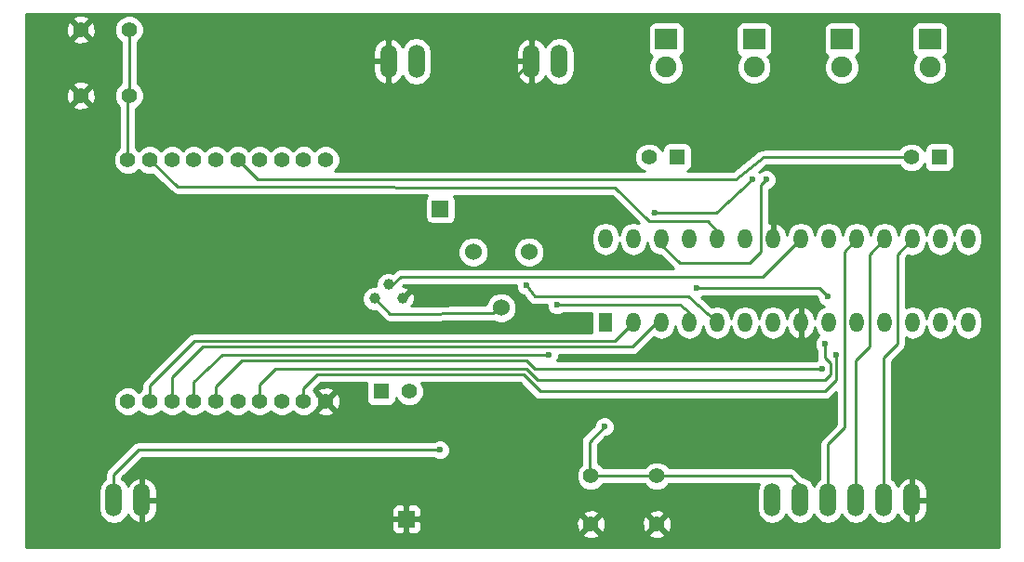
<source format=gbr>
G04 #@! TF.FileFunction,Copper,L2,Bot,Signal*
%FSLAX46Y46*%
G04 Gerber Fmt 4.6, Leading zero omitted, Abs format (unit mm)*
G04 Created by KiCad (PCBNEW 4.0.5-e0-6337~49~ubuntu16.04.1) date Thu Feb  2 12:05:49 2017*
%MOMM*%
%LPD*%
G01*
G04 APERTURE LIST*
%ADD10C,0.100000*%
%ADD11C,1.000760*%
%ADD12O,1.506220X3.014980*%
%ADD13R,2.000000X1.900000*%
%ADD14C,1.900000*%
%ADD15C,1.524000*%
%ADD16C,1.397000*%
%ADD17R,1.397000X1.397000*%
%ADD18C,1.400000*%
%ADD19R,1.300000X1.778000*%
%ADD20O,1.300000X1.778000*%
%ADD21R,1.500000X1.500000*%
%ADD22C,0.600000*%
%ADD23C,0.250000*%
%ADD24C,0.500000*%
%ADD25C,0.254000*%
G04 APERTURE END LIST*
D10*
D11*
X83720000Y-75360000D03*
X84990000Y-76630000D03*
X82450000Y-76630000D03*
D12*
X86270000Y-55000000D03*
X83730000Y-55000000D03*
D13*
X117000000Y-53000000D03*
D14*
X117000000Y-55540000D03*
D13*
X133000000Y-53000000D03*
D14*
X133000000Y-55540000D03*
D13*
X125000000Y-53000000D03*
D14*
X125000000Y-55540000D03*
D13*
X109000000Y-53000000D03*
D14*
X109000000Y-55540000D03*
D12*
X131350000Y-95000000D03*
X128810000Y-95000000D03*
X126270000Y-95000000D03*
X123730000Y-95000000D03*
X121190000Y-95000000D03*
X118650000Y-95000000D03*
X58730000Y-95000000D03*
X61270000Y-95000000D03*
X99270000Y-55000000D03*
X96730000Y-55000000D03*
D15*
X96520000Y-72390000D03*
X93980000Y-77470000D03*
X91440000Y-72390000D03*
D16*
X60112000Y-58118000D03*
X55712000Y-58118000D03*
X60112000Y-52118000D03*
X55712000Y-52118000D03*
D17*
X83058000Y-85090000D03*
D16*
X85598000Y-85090000D03*
D18*
X60000000Y-63999260D03*
X68001000Y-63999260D03*
X71998960Y-63999260D03*
X69999980Y-63999260D03*
X64000500Y-63999260D03*
X65999480Y-63999260D03*
X61998980Y-63999260D03*
X75999460Y-63999260D03*
X78000980Y-63999260D03*
X74000480Y-63999260D03*
X74000480Y-86000740D03*
X78000980Y-86000740D03*
X75999460Y-86000740D03*
X61998980Y-86000740D03*
X65999480Y-86000740D03*
X64000500Y-86000740D03*
X69999980Y-86000740D03*
X71998960Y-86000740D03*
X68001000Y-86000740D03*
X60000000Y-86000740D03*
D19*
X103490000Y-78810000D03*
D20*
X106030000Y-78810000D03*
X108570000Y-78810000D03*
X111110000Y-78810000D03*
X113650000Y-78810000D03*
X116190000Y-78810000D03*
X118730000Y-78810000D03*
X121270000Y-78810000D03*
X123810000Y-78810000D03*
X126350000Y-78810000D03*
X128890000Y-78810000D03*
X131430000Y-78810000D03*
X133970000Y-78810000D03*
X136510000Y-78810000D03*
X136510000Y-71190000D03*
X133970000Y-71190000D03*
X131430000Y-71190000D03*
X128890000Y-71190000D03*
X126350000Y-71190000D03*
X123810000Y-71190000D03*
X121270000Y-71190000D03*
X118730000Y-71190000D03*
X116190000Y-71190000D03*
X113650000Y-71190000D03*
X111110000Y-71190000D03*
X108570000Y-71190000D03*
X106030000Y-71190000D03*
X103490000Y-71190000D03*
D17*
X133858000Y-63754000D03*
D16*
X131318000Y-63754000D03*
D17*
X109982000Y-63754000D03*
D16*
X107442000Y-63754000D03*
X108156000Y-92796000D03*
X108156000Y-97196000D03*
X102156000Y-92796000D03*
X102156000Y-97196000D03*
D21*
X88450000Y-68430000D03*
X85350000Y-96730000D03*
D22*
X98298000Y-81788000D03*
X103378000Y-88306000D03*
X91948000Y-84582000D03*
X97536000Y-86614000D03*
X95504000Y-64008000D03*
X88392000Y-90424000D03*
X99060000Y-77216000D03*
X96266000Y-75438000D03*
X124460000Y-81788000D03*
X123190000Y-83058000D03*
X107950000Y-68834000D03*
X116840000Y-65786000D03*
X118110000Y-65786000D03*
X123444000Y-80772000D03*
X111760000Y-75692000D03*
X123698000Y-76454000D03*
D23*
X65999480Y-86000740D02*
X65999480Y-84244809D01*
X68580000Y-81788000D02*
X98298000Y-81788000D01*
X65999480Y-84244809D02*
X68580000Y-81788000D01*
X108000000Y-92800000D02*
X120306000Y-92800000D01*
X120306000Y-92800000D02*
X121190000Y-93684000D01*
X121190000Y-93684000D02*
X121190000Y-95000000D01*
X102000000Y-92800000D02*
X108000000Y-92800000D01*
X102000000Y-89684000D02*
X102000000Y-92800000D01*
X103378000Y-88306000D02*
X102000000Y-89684000D01*
D24*
X95504000Y-84582000D02*
X91948000Y-84582000D01*
X97536000Y-86614000D02*
X95504000Y-84582000D01*
D23*
X94234000Y-57496000D02*
X96730000Y-55000000D01*
X94234000Y-62738000D02*
X94234000Y-57496000D01*
X95504000Y-64008000D02*
X94234000Y-62738000D01*
X83920000Y-75460000D02*
X84850000Y-74630000D01*
X84850000Y-74630000D02*
X117784000Y-74676000D01*
X117784000Y-74676000D02*
X121270000Y-71190000D01*
X58730000Y-95000000D02*
X58730000Y-92654000D01*
X60960000Y-90424000D02*
X88392000Y-90424000D01*
X58730000Y-92654000D02*
X60960000Y-90424000D01*
X61998980Y-86000740D02*
X61998980Y-84559020D01*
X104322000Y-80518000D02*
X106030000Y-78810000D01*
X66040000Y-80518000D02*
X104322000Y-80518000D01*
X61998980Y-84559020D02*
X66040000Y-80518000D01*
X108570000Y-78810000D02*
X108134000Y-78810000D01*
X108134000Y-78810000D02*
X105918000Y-81026000D01*
X105918000Y-81026000D02*
X66802000Y-81026000D01*
X66802000Y-81026000D02*
X64000500Y-83827500D01*
X64000500Y-83827500D02*
X64000500Y-86000740D01*
X111110000Y-78810000D02*
X111110000Y-77836000D01*
X110236000Y-77216000D02*
X99060000Y-77216000D01*
X111110000Y-77836000D02*
X110236000Y-77216000D01*
X111040000Y-76454000D02*
X113650000Y-78810000D01*
X97028000Y-76454000D02*
X111040000Y-76454000D01*
X96266000Y-75438000D02*
X97028000Y-76454000D01*
X75999460Y-84782540D02*
X75999460Y-86000740D01*
X77216000Y-83566000D02*
X75999460Y-84782540D01*
X96012000Y-83566000D02*
X77216000Y-83566000D01*
X97536000Y-85090000D02*
X96012000Y-83566000D01*
X123444000Y-85090000D02*
X97536000Y-85090000D01*
X124460000Y-84074000D02*
X123444000Y-85090000D01*
X124460000Y-81788000D02*
X124460000Y-84074000D01*
X124460000Y-81788000D02*
X124460000Y-81788000D01*
X68001000Y-86000740D02*
X68001000Y-84653000D01*
X97028000Y-83058000D02*
X123190000Y-83058000D01*
X96266000Y-82296000D02*
X97028000Y-83058000D01*
X70358000Y-82296000D02*
X96266000Y-82296000D01*
X68001000Y-84653000D02*
X70358000Y-82296000D01*
X128810000Y-95000000D02*
X128810000Y-82010000D01*
X130048000Y-72572000D02*
X131430000Y-71190000D01*
X130048000Y-80772000D02*
X130048000Y-72572000D01*
X128810000Y-82010000D02*
X130048000Y-80772000D01*
X126270000Y-95000000D02*
X126270000Y-82264000D01*
X127508000Y-72572000D02*
X128890000Y-71190000D01*
X127508000Y-81026000D02*
X127508000Y-72572000D01*
X126270000Y-82264000D02*
X127508000Y-81026000D01*
X123730000Y-95000000D02*
X123730000Y-89884000D01*
X125222000Y-72318000D02*
X126350000Y-71190000D01*
X125222000Y-88392000D02*
X125222000Y-72318000D01*
X123730000Y-89884000D02*
X125222000Y-88392000D01*
X107950000Y-68834000D02*
X107696000Y-68834000D01*
X107696000Y-68834000D02*
X113538000Y-68834000D01*
X113538000Y-68834000D02*
X116840000Y-65786000D01*
X131318000Y-63754000D02*
X117856000Y-63754000D01*
X71786720Y-65786000D02*
X69999980Y-63999260D01*
X115316000Y-65786000D02*
X71786720Y-65786000D01*
X117856000Y-63754000D02*
X115316000Y-65786000D01*
X108570000Y-71190000D02*
X108570000Y-71740000D01*
X108570000Y-71740000D02*
X110236000Y-73406000D01*
X110236000Y-73406000D02*
X116586000Y-73406000D01*
X116586000Y-73406000D02*
X117602000Y-72390000D01*
X117602000Y-72390000D02*
X117602000Y-66294000D01*
X117602000Y-66294000D02*
X118110000Y-65786000D01*
X93980000Y-77470000D02*
X93726000Y-77470000D01*
X93726000Y-77470000D02*
X93218000Y-77978000D01*
X93218000Y-77978000D02*
X83850000Y-78030000D01*
X83850000Y-78030000D02*
X82650000Y-76730000D01*
X60112000Y-52118000D02*
X60112000Y-58118000D01*
X60112000Y-58118000D02*
X60000000Y-58230000D01*
X60000000Y-58230000D02*
X60000000Y-63999260D01*
X123444000Y-80772000D02*
X123444000Y-82042000D01*
X123444000Y-82042000D02*
X123952000Y-82550000D01*
X123952000Y-82550000D02*
X123952000Y-83566000D01*
X123952000Y-83566000D02*
X123444000Y-84074000D01*
X123444000Y-84074000D02*
X97282000Y-84074000D01*
X97282000Y-84074000D02*
X96266000Y-83058000D01*
X96266000Y-83058000D02*
X73406000Y-83058000D01*
X73406000Y-83058000D02*
X71998960Y-84465040D01*
X71998960Y-84465040D02*
X71998960Y-86000740D01*
X122936000Y-75692000D02*
X111760000Y-75692000D01*
X123698000Y-76454000D02*
X122936000Y-75692000D01*
X113650000Y-71190000D02*
X113650000Y-70470000D01*
X64550000Y-66430000D02*
X61998980Y-63999260D01*
X112776000Y-69596000D02*
X107450000Y-69596000D01*
X107450000Y-69596000D02*
X104364855Y-66510855D01*
X104364855Y-66510855D02*
X64550000Y-66430000D01*
X113650000Y-70470000D02*
X112776000Y-69596000D01*
D25*
G36*
X139290000Y-99290000D02*
X50710000Y-99290000D01*
X50710000Y-98130188D01*
X101401417Y-98130188D01*
X101463071Y-98365800D01*
X101963480Y-98541927D01*
X102493199Y-98513148D01*
X102848929Y-98365800D01*
X102910583Y-98130188D01*
X107401417Y-98130188D01*
X107463071Y-98365800D01*
X107963480Y-98541927D01*
X108493199Y-98513148D01*
X108848929Y-98365800D01*
X108910583Y-98130188D01*
X108156000Y-97375605D01*
X107401417Y-98130188D01*
X102910583Y-98130188D01*
X102156000Y-97375605D01*
X101401417Y-98130188D01*
X50710000Y-98130188D01*
X50710000Y-94203646D01*
X57341890Y-94203646D01*
X57341890Y-95796354D01*
X57447554Y-96327561D01*
X57748458Y-96777896D01*
X58198793Y-97078800D01*
X58730000Y-97184464D01*
X59261207Y-97078800D01*
X59711542Y-96777896D01*
X60012446Y-96327561D01*
X60013016Y-96324694D01*
X60036154Y-96402919D01*
X60378260Y-96825724D01*
X60856125Y-97085427D01*
X60928326Y-97099783D01*
X61143000Y-96977162D01*
X61143000Y-95127000D01*
X61397000Y-95127000D01*
X61397000Y-96977162D01*
X61611674Y-97099783D01*
X61683875Y-97085427D01*
X61812083Y-97015750D01*
X83965000Y-97015750D01*
X83965000Y-97606310D01*
X84061673Y-97839699D01*
X84240302Y-98018327D01*
X84473691Y-98115000D01*
X85064250Y-98115000D01*
X85223000Y-97956250D01*
X85223000Y-96857000D01*
X85477000Y-96857000D01*
X85477000Y-97956250D01*
X85635750Y-98115000D01*
X86226309Y-98115000D01*
X86459698Y-98018327D01*
X86638327Y-97839699D01*
X86735000Y-97606310D01*
X86735000Y-97015750D01*
X86722730Y-97003480D01*
X100810073Y-97003480D01*
X100838852Y-97533199D01*
X100986200Y-97888929D01*
X101221812Y-97950583D01*
X101976395Y-97196000D01*
X102335605Y-97196000D01*
X103090188Y-97950583D01*
X103325800Y-97888929D01*
X103501927Y-97388520D01*
X103481009Y-97003480D01*
X106810073Y-97003480D01*
X106838852Y-97533199D01*
X106986200Y-97888929D01*
X107221812Y-97950583D01*
X107976395Y-97196000D01*
X108335605Y-97196000D01*
X109090188Y-97950583D01*
X109325800Y-97888929D01*
X109501927Y-97388520D01*
X109473148Y-96858801D01*
X109325800Y-96503071D01*
X109090188Y-96441417D01*
X108335605Y-97196000D01*
X107976395Y-97196000D01*
X107221812Y-96441417D01*
X106986200Y-96503071D01*
X106810073Y-97003480D01*
X103481009Y-97003480D01*
X103473148Y-96858801D01*
X103325800Y-96503071D01*
X103090188Y-96441417D01*
X102335605Y-97196000D01*
X101976395Y-97196000D01*
X101221812Y-96441417D01*
X100986200Y-96503071D01*
X100810073Y-97003480D01*
X86722730Y-97003480D01*
X86576250Y-96857000D01*
X85477000Y-96857000D01*
X85223000Y-96857000D01*
X84123750Y-96857000D01*
X83965000Y-97015750D01*
X61812083Y-97015750D01*
X62161740Y-96825724D01*
X62503846Y-96402919D01*
X62658110Y-95881380D01*
X62658110Y-95853690D01*
X83965000Y-95853690D01*
X83965000Y-96444250D01*
X84123750Y-96603000D01*
X85223000Y-96603000D01*
X85223000Y-95503750D01*
X85477000Y-95503750D01*
X85477000Y-96603000D01*
X86576250Y-96603000D01*
X86735000Y-96444250D01*
X86735000Y-96261812D01*
X101401417Y-96261812D01*
X102156000Y-97016395D01*
X102910583Y-96261812D01*
X107401417Y-96261812D01*
X108156000Y-97016395D01*
X108910583Y-96261812D01*
X108848929Y-96026200D01*
X108348520Y-95850073D01*
X107818801Y-95878852D01*
X107463071Y-96026200D01*
X107401417Y-96261812D01*
X102910583Y-96261812D01*
X102848929Y-96026200D01*
X102348520Y-95850073D01*
X101818801Y-95878852D01*
X101463071Y-96026200D01*
X101401417Y-96261812D01*
X86735000Y-96261812D01*
X86735000Y-95853690D01*
X86638327Y-95620301D01*
X86459698Y-95441673D01*
X86226309Y-95345000D01*
X85635750Y-95345000D01*
X85477000Y-95503750D01*
X85223000Y-95503750D01*
X85064250Y-95345000D01*
X84473691Y-95345000D01*
X84240302Y-95441673D01*
X84061673Y-95620301D01*
X83965000Y-95853690D01*
X62658110Y-95853690D01*
X62658110Y-95127000D01*
X61397000Y-95127000D01*
X61143000Y-95127000D01*
X61123000Y-95127000D01*
X61123000Y-94873000D01*
X61143000Y-94873000D01*
X61143000Y-93022838D01*
X61397000Y-93022838D01*
X61397000Y-94873000D01*
X62658110Y-94873000D01*
X62658110Y-94118620D01*
X62503846Y-93597081D01*
X62161740Y-93174276D01*
X61683875Y-92914573D01*
X61611674Y-92900217D01*
X61397000Y-93022838D01*
X61143000Y-93022838D01*
X60928326Y-92900217D01*
X60856125Y-92914573D01*
X60378260Y-93174276D01*
X60036154Y-93597081D01*
X60013016Y-93675306D01*
X60012446Y-93672439D01*
X59711542Y-93222104D01*
X59490000Y-93074074D01*
X59490000Y-92968802D01*
X61274802Y-91184000D01*
X87829537Y-91184000D01*
X87861673Y-91216192D01*
X88205201Y-91358838D01*
X88577167Y-91359162D01*
X88920943Y-91217117D01*
X89184192Y-90954327D01*
X89326838Y-90610799D01*
X89327162Y-90238833D01*
X89185117Y-89895057D01*
X88922327Y-89631808D01*
X88578799Y-89489162D01*
X88206833Y-89488838D01*
X87863057Y-89630883D01*
X87829882Y-89664000D01*
X60960000Y-89664000D01*
X60669160Y-89721852D01*
X60422599Y-89886599D01*
X58192599Y-92116599D01*
X58027852Y-92363161D01*
X57970000Y-92654000D01*
X57970000Y-93074074D01*
X57748458Y-93222104D01*
X57447554Y-93672439D01*
X57341890Y-94203646D01*
X50710000Y-94203646D01*
X50710000Y-72666661D01*
X90042758Y-72666661D01*
X90254990Y-73180303D01*
X90647630Y-73573629D01*
X91160900Y-73786757D01*
X91716661Y-73787242D01*
X92230303Y-73575010D01*
X92623629Y-73182370D01*
X92836757Y-72669100D01*
X92836759Y-72666661D01*
X95122758Y-72666661D01*
X95334990Y-73180303D01*
X95727630Y-73573629D01*
X96240900Y-73786757D01*
X96796661Y-73787242D01*
X97310303Y-73575010D01*
X97703629Y-73182370D01*
X97916757Y-72669100D01*
X97917242Y-72113339D01*
X97705010Y-71599697D01*
X97312370Y-71206371D01*
X96799100Y-70993243D01*
X96243339Y-70992758D01*
X95729697Y-71204990D01*
X95336371Y-71597630D01*
X95123243Y-72110900D01*
X95122758Y-72666661D01*
X92836759Y-72666661D01*
X92837242Y-72113339D01*
X92625010Y-71599697D01*
X92232370Y-71206371D01*
X91719100Y-70993243D01*
X91163339Y-70992758D01*
X90649697Y-71204990D01*
X90256371Y-71597630D01*
X90043243Y-72110900D01*
X90042758Y-72666661D01*
X50710000Y-72666661D01*
X50710000Y-64263643D01*
X58664769Y-64263643D01*
X58867582Y-64754489D01*
X59242796Y-65130358D01*
X59733287Y-65334028D01*
X60264383Y-65334491D01*
X60755229Y-65131678D01*
X60999587Y-64887746D01*
X61241776Y-65130358D01*
X61732267Y-65334028D01*
X62263363Y-65334491D01*
X62287919Y-65324345D01*
X64025727Y-66980216D01*
X64142722Y-67054368D01*
X64257736Y-67131556D01*
X64267651Y-67133549D01*
X64276193Y-67138963D01*
X64412651Y-67162698D01*
X64548457Y-67189998D01*
X87234785Y-67236069D01*
X87103569Y-67428110D01*
X87052560Y-67680000D01*
X87052560Y-69180000D01*
X87096838Y-69415317D01*
X87235910Y-69631441D01*
X87448110Y-69776431D01*
X87700000Y-69827440D01*
X89200000Y-69827440D01*
X89435317Y-69783162D01*
X89651441Y-69644090D01*
X89796431Y-69431890D01*
X89847440Y-69180000D01*
X89847440Y-67680000D01*
X89803162Y-67444683D01*
X89672107Y-67241018D01*
X104049414Y-67270216D01*
X106511023Y-69731825D01*
X106030000Y-69636143D01*
X105538252Y-69733958D01*
X105121368Y-70012511D01*
X104842815Y-70429395D01*
X104760000Y-70845733D01*
X104677185Y-70429395D01*
X104398632Y-70012511D01*
X103981748Y-69733958D01*
X103490000Y-69636143D01*
X102998252Y-69733958D01*
X102581368Y-70012511D01*
X102302815Y-70429395D01*
X102205000Y-70921143D01*
X102205000Y-71458857D01*
X102302815Y-71950605D01*
X102581368Y-72367489D01*
X102998252Y-72646042D01*
X103490000Y-72743857D01*
X103981748Y-72646042D01*
X104398632Y-72367489D01*
X104677185Y-71950605D01*
X104760000Y-71534267D01*
X104842815Y-71950605D01*
X105121368Y-72367489D01*
X105538252Y-72646042D01*
X106030000Y-72743857D01*
X106521748Y-72646042D01*
X106938632Y-72367489D01*
X107217185Y-71950605D01*
X107300000Y-71534267D01*
X107382815Y-71950605D01*
X107661368Y-72367489D01*
X108078252Y-72646042D01*
X108481439Y-72726241D01*
X109659850Y-73904652D01*
X84851062Y-73870001D01*
X84725840Y-73894727D01*
X84599459Y-73912485D01*
X84581076Y-73923312D01*
X84560142Y-73927446D01*
X84453922Y-73998205D01*
X84343949Y-74062979D01*
X84094095Y-74285967D01*
X83946832Y-74224818D01*
X83495150Y-74224424D01*
X83077699Y-74396911D01*
X82758033Y-74716019D01*
X82584818Y-75133168D01*
X82584503Y-75494737D01*
X82225150Y-75494424D01*
X81807699Y-75666911D01*
X81488033Y-75986019D01*
X81314818Y-76403168D01*
X81314424Y-76854850D01*
X81486911Y-77272301D01*
X81806019Y-77591967D01*
X82223168Y-77765182D01*
X82571543Y-77765486D01*
X83291550Y-78545493D01*
X83305751Y-78555826D01*
X83315590Y-78570376D01*
X83425169Y-78642717D01*
X83531330Y-78719963D01*
X83548405Y-78724075D01*
X83563063Y-78733752D01*
X83691973Y-78758651D01*
X83819625Y-78789393D01*
X83836976Y-78786657D01*
X83854219Y-78789988D01*
X93222218Y-78737988D01*
X93335130Y-78714876D01*
X93700900Y-78866757D01*
X94256661Y-78867242D01*
X94770303Y-78655010D01*
X95163629Y-78262370D01*
X95376757Y-77749100D01*
X95377242Y-77193339D01*
X95165010Y-76679697D01*
X94772370Y-76286371D01*
X94259100Y-76073243D01*
X93703339Y-76072758D01*
X93189697Y-76284990D01*
X92796371Y-76677630D01*
X92583243Y-77190900D01*
X92583216Y-77221512D01*
X85798779Y-77259171D01*
X85780384Y-77240776D01*
X85995532Y-77203582D01*
X86138491Y-76775120D01*
X86106602Y-76324565D01*
X85995532Y-76056418D01*
X85780381Y-76019224D01*
X85169605Y-76630000D01*
X85183748Y-76644143D01*
X85004143Y-76823748D01*
X84990000Y-76809605D01*
X84975858Y-76823748D01*
X84796253Y-76644143D01*
X84810395Y-76630000D01*
X84796253Y-76615858D01*
X84975858Y-76436253D01*
X84990000Y-76450395D01*
X85600776Y-75839619D01*
X85563582Y-75624468D01*
X85135120Y-75481509D01*
X85028860Y-75489030D01*
X85139368Y-75390405D01*
X95331028Y-75404640D01*
X95330838Y-75623167D01*
X95472883Y-75966943D01*
X95735673Y-76230192D01*
X95989054Y-76335406D01*
X96420000Y-76910000D01*
X96460431Y-76946251D01*
X96490599Y-76991401D01*
X96569834Y-77044344D01*
X96640785Y-77107960D01*
X96692010Y-77125979D01*
X96737161Y-77156148D01*
X96830627Y-77174740D01*
X96920520Y-77206361D01*
X96974740Y-77203406D01*
X97028000Y-77214000D01*
X98125001Y-77214000D01*
X98124838Y-77401167D01*
X98266883Y-77744943D01*
X98529673Y-78008192D01*
X98873201Y-78150838D01*
X99245167Y-78151162D01*
X99588943Y-78009117D01*
X99622118Y-77976000D01*
X102192560Y-77976000D01*
X102192560Y-79699000D01*
X102203662Y-79758000D01*
X66040000Y-79758000D01*
X65749160Y-79815852D01*
X65502599Y-79980599D01*
X61461579Y-84021619D01*
X61296832Y-84268181D01*
X61238980Y-84559020D01*
X61238980Y-84873085D01*
X60999393Y-85112254D01*
X60757204Y-84869642D01*
X60266713Y-84665972D01*
X59735617Y-84665509D01*
X59244771Y-84868322D01*
X58868902Y-85243536D01*
X58665232Y-85734027D01*
X58664769Y-86265123D01*
X58867582Y-86755969D01*
X59242796Y-87131838D01*
X59733287Y-87335508D01*
X60264383Y-87335971D01*
X60755229Y-87133158D01*
X60999587Y-86889226D01*
X61241776Y-87131838D01*
X61732267Y-87335508D01*
X62263363Y-87335971D01*
X62754209Y-87133158D01*
X62999839Y-86887956D01*
X63243296Y-87131838D01*
X63733787Y-87335508D01*
X64264883Y-87335971D01*
X64755729Y-87133158D01*
X65000087Y-86889226D01*
X65242276Y-87131838D01*
X65732767Y-87335508D01*
X66263863Y-87335971D01*
X66754709Y-87133158D01*
X67000339Y-86887956D01*
X67243796Y-87131838D01*
X67734287Y-87335508D01*
X68265383Y-87335971D01*
X68756229Y-87133158D01*
X69000587Y-86889226D01*
X69242776Y-87131838D01*
X69733267Y-87335508D01*
X70264363Y-87335971D01*
X70755209Y-87133158D01*
X70999567Y-86889226D01*
X71241756Y-87131838D01*
X71732247Y-87335508D01*
X72263343Y-87335971D01*
X72754189Y-87133158D01*
X72999819Y-86887956D01*
X73243276Y-87131838D01*
X73733767Y-87335508D01*
X74264863Y-87335971D01*
X74755709Y-87133158D01*
X75000067Y-86889226D01*
X75242256Y-87131838D01*
X75732747Y-87335508D01*
X76263843Y-87335971D01*
X76754689Y-87133158D01*
X76952176Y-86936015D01*
X77245311Y-86936015D01*
X77307149Y-87171782D01*
X77808102Y-87348159D01*
X78338420Y-87319404D01*
X78694811Y-87171782D01*
X78756649Y-86936015D01*
X78000980Y-86180345D01*
X77245311Y-86936015D01*
X76952176Y-86936015D01*
X77130558Y-86757944D01*
X77177700Y-86644415D01*
X77821375Y-86000740D01*
X78180585Y-86000740D01*
X78936255Y-86756409D01*
X79172022Y-86694571D01*
X79348399Y-86193618D01*
X79319644Y-85663300D01*
X79172022Y-85306909D01*
X78936255Y-85245071D01*
X78180585Y-86000740D01*
X77821375Y-86000740D01*
X77178163Y-85357528D01*
X77131878Y-85245511D01*
X76952146Y-85065465D01*
X77245311Y-85065465D01*
X78000980Y-85821135D01*
X78756649Y-85065465D01*
X78694811Y-84829698D01*
X78193858Y-84653321D01*
X77663540Y-84682076D01*
X77307149Y-84829698D01*
X77245311Y-85065465D01*
X76952146Y-85065465D01*
X76871811Y-84984991D01*
X77530802Y-84326000D01*
X81725324Y-84326000D01*
X81712060Y-84391500D01*
X81712060Y-85788500D01*
X81756338Y-86023817D01*
X81895410Y-86239941D01*
X82107610Y-86384931D01*
X82359500Y-86435940D01*
X83756500Y-86435940D01*
X83991817Y-86391662D01*
X84207941Y-86252590D01*
X84352931Y-86040390D01*
X84403940Y-85788500D01*
X84403940Y-85692116D01*
X84466854Y-85844380D01*
X84841647Y-86219827D01*
X85331587Y-86423268D01*
X85862086Y-86423731D01*
X86352380Y-86221146D01*
X86727827Y-85846353D01*
X86931268Y-85356413D01*
X86931731Y-84825914D01*
X86729146Y-84335620D01*
X86719543Y-84326000D01*
X95697198Y-84326000D01*
X96998599Y-85627401D01*
X97245160Y-85792148D01*
X97293414Y-85801746D01*
X97536000Y-85850000D01*
X123444000Y-85850000D01*
X123734839Y-85792148D01*
X123981401Y-85627401D01*
X124462000Y-85146802D01*
X124462000Y-88077198D01*
X123192599Y-89346599D01*
X123027852Y-89593161D01*
X122970000Y-89884000D01*
X122970000Y-93074074D01*
X122748458Y-93222104D01*
X122460000Y-93653812D01*
X122171542Y-93222104D01*
X121721207Y-92921200D01*
X121447573Y-92866771D01*
X120843401Y-92262599D01*
X120596839Y-92097852D01*
X120306000Y-92040000D01*
X109285529Y-92040000D01*
X108912353Y-91666173D01*
X108422413Y-91462732D01*
X107891914Y-91462269D01*
X107401620Y-91664854D01*
X107026173Y-92039647D01*
X107026026Y-92040000D01*
X103285529Y-92040000D01*
X102912353Y-91666173D01*
X102760000Y-91602910D01*
X102760000Y-89998802D01*
X103517680Y-89241122D01*
X103563167Y-89241162D01*
X103906943Y-89099117D01*
X104170192Y-88836327D01*
X104312838Y-88492799D01*
X104313162Y-88120833D01*
X104171117Y-87777057D01*
X103908327Y-87513808D01*
X103564799Y-87371162D01*
X103192833Y-87370838D01*
X102849057Y-87512883D01*
X102585808Y-87775673D01*
X102443162Y-88119201D01*
X102443121Y-88166077D01*
X101462599Y-89146599D01*
X101297852Y-89393161D01*
X101240000Y-89684000D01*
X101240000Y-91826192D01*
X101026173Y-92039647D01*
X100822732Y-92529587D01*
X100822269Y-93060086D01*
X101024854Y-93550380D01*
X101399647Y-93925827D01*
X101889587Y-94129268D01*
X102420086Y-94129731D01*
X102910380Y-93927146D01*
X103278167Y-93560000D01*
X107034457Y-93560000D01*
X107399647Y-93925827D01*
X107889587Y-94129268D01*
X108420086Y-94129731D01*
X108910380Y-93927146D01*
X109278167Y-93560000D01*
X117442683Y-93560000D01*
X117367554Y-93672439D01*
X117261890Y-94203646D01*
X117261890Y-95796354D01*
X117367554Y-96327561D01*
X117668458Y-96777896D01*
X118118793Y-97078800D01*
X118650000Y-97184464D01*
X119181207Y-97078800D01*
X119631542Y-96777896D01*
X119920000Y-96346188D01*
X120208458Y-96777896D01*
X120658793Y-97078800D01*
X121190000Y-97184464D01*
X121721207Y-97078800D01*
X122171542Y-96777896D01*
X122460000Y-96346188D01*
X122748458Y-96777896D01*
X123198793Y-97078800D01*
X123730000Y-97184464D01*
X124261207Y-97078800D01*
X124711542Y-96777896D01*
X125000000Y-96346188D01*
X125288458Y-96777896D01*
X125738793Y-97078800D01*
X126270000Y-97184464D01*
X126801207Y-97078800D01*
X127251542Y-96777896D01*
X127540000Y-96346188D01*
X127828458Y-96777896D01*
X128278793Y-97078800D01*
X128810000Y-97184464D01*
X129341207Y-97078800D01*
X129791542Y-96777896D01*
X130092446Y-96327561D01*
X130093016Y-96324694D01*
X130116154Y-96402919D01*
X130458260Y-96825724D01*
X130936125Y-97085427D01*
X131008326Y-97099783D01*
X131223000Y-96977162D01*
X131223000Y-95127000D01*
X131477000Y-95127000D01*
X131477000Y-96977162D01*
X131691674Y-97099783D01*
X131763875Y-97085427D01*
X132241740Y-96825724D01*
X132583846Y-96402919D01*
X132738110Y-95881380D01*
X132738110Y-95127000D01*
X131477000Y-95127000D01*
X131223000Y-95127000D01*
X131203000Y-95127000D01*
X131203000Y-94873000D01*
X131223000Y-94873000D01*
X131223000Y-93022838D01*
X131477000Y-93022838D01*
X131477000Y-94873000D01*
X132738110Y-94873000D01*
X132738110Y-94118620D01*
X132583846Y-93597081D01*
X132241740Y-93174276D01*
X131763875Y-92914573D01*
X131691674Y-92900217D01*
X131477000Y-93022838D01*
X131223000Y-93022838D01*
X131008326Y-92900217D01*
X130936125Y-92914573D01*
X130458260Y-93174276D01*
X130116154Y-93597081D01*
X130093016Y-93675306D01*
X130092446Y-93672439D01*
X129791542Y-93222104D01*
X129570000Y-93074074D01*
X129570000Y-82324802D01*
X130585401Y-81309401D01*
X130750148Y-81062840D01*
X130808000Y-80772000D01*
X130808000Y-80179010D01*
X130938252Y-80266042D01*
X131430000Y-80363857D01*
X131921748Y-80266042D01*
X132338632Y-79987489D01*
X132617185Y-79570605D01*
X132700000Y-79154267D01*
X132782815Y-79570605D01*
X133061368Y-79987489D01*
X133478252Y-80266042D01*
X133970000Y-80363857D01*
X134461748Y-80266042D01*
X134878632Y-79987489D01*
X135157185Y-79570605D01*
X135240000Y-79154267D01*
X135322815Y-79570605D01*
X135601368Y-79987489D01*
X136018252Y-80266042D01*
X136510000Y-80363857D01*
X137001748Y-80266042D01*
X137418632Y-79987489D01*
X137697185Y-79570605D01*
X137795000Y-79078857D01*
X137795000Y-78541143D01*
X137697185Y-78049395D01*
X137418632Y-77632511D01*
X137001748Y-77353958D01*
X136510000Y-77256143D01*
X136018252Y-77353958D01*
X135601368Y-77632511D01*
X135322815Y-78049395D01*
X135240000Y-78465733D01*
X135157185Y-78049395D01*
X134878632Y-77632511D01*
X134461748Y-77353958D01*
X133970000Y-77256143D01*
X133478252Y-77353958D01*
X133061368Y-77632511D01*
X132782815Y-78049395D01*
X132700000Y-78465733D01*
X132617185Y-78049395D01*
X132338632Y-77632511D01*
X131921748Y-77353958D01*
X131430000Y-77256143D01*
X130938252Y-77353958D01*
X130808000Y-77440990D01*
X130808000Y-72886802D01*
X131030426Y-72664376D01*
X131430000Y-72743857D01*
X131921748Y-72646042D01*
X132338632Y-72367489D01*
X132617185Y-71950605D01*
X132700000Y-71534267D01*
X132782815Y-71950605D01*
X133061368Y-72367489D01*
X133478252Y-72646042D01*
X133970000Y-72743857D01*
X134461748Y-72646042D01*
X134878632Y-72367489D01*
X135157185Y-71950605D01*
X135240000Y-71534267D01*
X135322815Y-71950605D01*
X135601368Y-72367489D01*
X136018252Y-72646042D01*
X136510000Y-72743857D01*
X137001748Y-72646042D01*
X137418632Y-72367489D01*
X137697185Y-71950605D01*
X137795000Y-71458857D01*
X137795000Y-70921143D01*
X137697185Y-70429395D01*
X137418632Y-70012511D01*
X137001748Y-69733958D01*
X136510000Y-69636143D01*
X136018252Y-69733958D01*
X135601368Y-70012511D01*
X135322815Y-70429395D01*
X135240000Y-70845733D01*
X135157185Y-70429395D01*
X134878632Y-70012511D01*
X134461748Y-69733958D01*
X133970000Y-69636143D01*
X133478252Y-69733958D01*
X133061368Y-70012511D01*
X132782815Y-70429395D01*
X132700000Y-70845733D01*
X132617185Y-70429395D01*
X132338632Y-70012511D01*
X131921748Y-69733958D01*
X131430000Y-69636143D01*
X130938252Y-69733958D01*
X130521368Y-70012511D01*
X130242815Y-70429395D01*
X130160000Y-70845733D01*
X130077185Y-70429395D01*
X129798632Y-70012511D01*
X129381748Y-69733958D01*
X128890000Y-69636143D01*
X128398252Y-69733958D01*
X127981368Y-70012511D01*
X127702815Y-70429395D01*
X127620000Y-70845733D01*
X127537185Y-70429395D01*
X127258632Y-70012511D01*
X126841748Y-69733958D01*
X126350000Y-69636143D01*
X125858252Y-69733958D01*
X125441368Y-70012511D01*
X125162815Y-70429395D01*
X125080000Y-70845733D01*
X124997185Y-70429395D01*
X124718632Y-70012511D01*
X124301748Y-69733958D01*
X123810000Y-69636143D01*
X123318252Y-69733958D01*
X122901368Y-70012511D01*
X122622815Y-70429395D01*
X122540000Y-70845733D01*
X122457185Y-70429395D01*
X122178632Y-70012511D01*
X121761748Y-69733958D01*
X121270000Y-69636143D01*
X120778252Y-69733958D01*
X120361368Y-70012511D01*
X120082815Y-70429395D01*
X120007714Y-70806952D01*
X119888863Y-70372204D01*
X119579154Y-69972785D01*
X119140169Y-69722290D01*
X119055471Y-69707901D01*
X118857000Y-69831933D01*
X118857000Y-71063000D01*
X118877000Y-71063000D01*
X118877000Y-71317000D01*
X118857000Y-71317000D01*
X118857000Y-71337000D01*
X118603000Y-71337000D01*
X118603000Y-71317000D01*
X118583000Y-71317000D01*
X118583000Y-71063000D01*
X118603000Y-71063000D01*
X118603000Y-69831933D01*
X118404529Y-69707901D01*
X118362000Y-69715126D01*
X118362000Y-66693547D01*
X118638943Y-66579117D01*
X118902192Y-66316327D01*
X119044838Y-65972799D01*
X119045162Y-65600833D01*
X118903117Y-65257057D01*
X118640327Y-64993808D01*
X118296799Y-64851162D01*
X117924833Y-64850838D01*
X117581057Y-64992883D01*
X117475046Y-65098710D01*
X117438042Y-65061641D01*
X118122593Y-64514000D01*
X130192464Y-64514000D01*
X130561647Y-64883827D01*
X131051587Y-65087268D01*
X131582086Y-65087731D01*
X132072380Y-64885146D01*
X132447827Y-64510353D01*
X132512060Y-64355663D01*
X132512060Y-64452500D01*
X132556338Y-64687817D01*
X132695410Y-64903941D01*
X132907610Y-65048931D01*
X133159500Y-65099940D01*
X134556500Y-65099940D01*
X134791817Y-65055662D01*
X135007941Y-64916590D01*
X135152931Y-64704390D01*
X135203940Y-64452500D01*
X135203940Y-63055500D01*
X135159662Y-62820183D01*
X135020590Y-62604059D01*
X134808390Y-62459069D01*
X134556500Y-62408060D01*
X133159500Y-62408060D01*
X132924183Y-62452338D01*
X132708059Y-62591410D01*
X132563069Y-62803610D01*
X132512060Y-63055500D01*
X132512060Y-63151884D01*
X132449146Y-62999620D01*
X132074353Y-62624173D01*
X131584413Y-62420732D01*
X131053914Y-62420269D01*
X130563620Y-62622854D01*
X130191826Y-62994000D01*
X117856000Y-62994000D01*
X117751066Y-63014873D01*
X117644479Y-63024029D01*
X117606796Y-63043570D01*
X117565161Y-63051852D01*
X117476206Y-63111290D01*
X117381232Y-63160540D01*
X115049407Y-65026000D01*
X110961913Y-65026000D01*
X111131941Y-64916590D01*
X111276931Y-64704390D01*
X111327940Y-64452500D01*
X111327940Y-63055500D01*
X111283662Y-62820183D01*
X111144590Y-62604059D01*
X110932390Y-62459069D01*
X110680500Y-62408060D01*
X109283500Y-62408060D01*
X109048183Y-62452338D01*
X108832059Y-62591410D01*
X108687069Y-62803610D01*
X108636060Y-63055500D01*
X108636060Y-63151884D01*
X108573146Y-62999620D01*
X108198353Y-62624173D01*
X107708413Y-62420732D01*
X107177914Y-62420269D01*
X106687620Y-62622854D01*
X106312173Y-62997647D01*
X106108732Y-63487587D01*
X106108269Y-64018086D01*
X106310854Y-64508380D01*
X106685647Y-64883827D01*
X107028037Y-65026000D01*
X78862071Y-65026000D01*
X79132078Y-64756464D01*
X79335748Y-64265973D01*
X79336211Y-63734877D01*
X79133398Y-63244031D01*
X78758184Y-62868162D01*
X78267693Y-62664492D01*
X77736597Y-62664029D01*
X77245751Y-62866842D01*
X77000121Y-63112044D01*
X76756664Y-62868162D01*
X76266173Y-62664492D01*
X75735077Y-62664029D01*
X75244231Y-62866842D01*
X74999873Y-63110774D01*
X74757684Y-62868162D01*
X74267193Y-62664492D01*
X73736097Y-62664029D01*
X73245251Y-62866842D01*
X72999621Y-63112044D01*
X72756164Y-62868162D01*
X72265673Y-62664492D01*
X71734577Y-62664029D01*
X71243731Y-62866842D01*
X70999373Y-63110774D01*
X70757184Y-62868162D01*
X70266693Y-62664492D01*
X69735597Y-62664029D01*
X69244751Y-62866842D01*
X69000393Y-63110774D01*
X68758204Y-62868162D01*
X68267713Y-62664492D01*
X67736617Y-62664029D01*
X67245771Y-62866842D01*
X67000141Y-63112044D01*
X66756684Y-62868162D01*
X66266193Y-62664492D01*
X65735097Y-62664029D01*
X65244251Y-62866842D01*
X64999893Y-63110774D01*
X64757704Y-62868162D01*
X64267213Y-62664492D01*
X63736117Y-62664029D01*
X63245271Y-62866842D01*
X62999641Y-63112044D01*
X62756184Y-62868162D01*
X62265693Y-62664492D01*
X61734597Y-62664029D01*
X61243751Y-62866842D01*
X60999393Y-63110774D01*
X60760000Y-62870963D01*
X60760000Y-59293101D01*
X60866380Y-59249146D01*
X61241827Y-58874353D01*
X61445268Y-58384413D01*
X61445731Y-57853914D01*
X61243146Y-57363620D01*
X60872000Y-56991826D01*
X60872000Y-55127000D01*
X82341890Y-55127000D01*
X82341890Y-55881380D01*
X82496154Y-56402919D01*
X82838260Y-56825724D01*
X83316125Y-57085427D01*
X83388326Y-57099783D01*
X83603000Y-56977162D01*
X83603000Y-55127000D01*
X82341890Y-55127000D01*
X60872000Y-55127000D01*
X60872000Y-54118620D01*
X82341890Y-54118620D01*
X82341890Y-54873000D01*
X83603000Y-54873000D01*
X83603000Y-53022838D01*
X83857000Y-53022838D01*
X83857000Y-54873000D01*
X83877000Y-54873000D01*
X83877000Y-55127000D01*
X83857000Y-55127000D01*
X83857000Y-56977162D01*
X84071674Y-57099783D01*
X84143875Y-57085427D01*
X84621740Y-56825724D01*
X84963846Y-56402919D01*
X84986984Y-56324694D01*
X84987554Y-56327561D01*
X85288458Y-56777896D01*
X85738793Y-57078800D01*
X86270000Y-57184464D01*
X86801207Y-57078800D01*
X87251542Y-56777896D01*
X87552446Y-56327561D01*
X87658110Y-55796354D01*
X87658110Y-55127000D01*
X95341890Y-55127000D01*
X95341890Y-55881380D01*
X95496154Y-56402919D01*
X95838260Y-56825724D01*
X96316125Y-57085427D01*
X96388326Y-57099783D01*
X96603000Y-56977162D01*
X96603000Y-55127000D01*
X95341890Y-55127000D01*
X87658110Y-55127000D01*
X87658110Y-54203646D01*
X87641198Y-54118620D01*
X95341890Y-54118620D01*
X95341890Y-54873000D01*
X96603000Y-54873000D01*
X96603000Y-53022838D01*
X96857000Y-53022838D01*
X96857000Y-54873000D01*
X96877000Y-54873000D01*
X96877000Y-55127000D01*
X96857000Y-55127000D01*
X96857000Y-56977162D01*
X97071674Y-57099783D01*
X97143875Y-57085427D01*
X97621740Y-56825724D01*
X97963846Y-56402919D01*
X97986984Y-56324694D01*
X97987554Y-56327561D01*
X98288458Y-56777896D01*
X98738793Y-57078800D01*
X99270000Y-57184464D01*
X99801207Y-57078800D01*
X100251542Y-56777896D01*
X100552446Y-56327561D01*
X100658110Y-55796354D01*
X100658110Y-54203646D01*
X100552446Y-53672439D01*
X100251542Y-53222104D01*
X99801207Y-52921200D01*
X99270000Y-52815536D01*
X98738793Y-52921200D01*
X98288458Y-53222104D01*
X97987554Y-53672439D01*
X97986984Y-53675306D01*
X97963846Y-53597081D01*
X97621740Y-53174276D01*
X97143875Y-52914573D01*
X97071674Y-52900217D01*
X96857000Y-53022838D01*
X96603000Y-53022838D01*
X96388326Y-52900217D01*
X96316125Y-52914573D01*
X95838260Y-53174276D01*
X95496154Y-53597081D01*
X95341890Y-54118620D01*
X87641198Y-54118620D01*
X87552446Y-53672439D01*
X87251542Y-53222104D01*
X86801207Y-52921200D01*
X86270000Y-52815536D01*
X85738793Y-52921200D01*
X85288458Y-53222104D01*
X84987554Y-53672439D01*
X84986984Y-53675306D01*
X84963846Y-53597081D01*
X84621740Y-53174276D01*
X84143875Y-52914573D01*
X84071674Y-52900217D01*
X83857000Y-53022838D01*
X83603000Y-53022838D01*
X83388326Y-52900217D01*
X83316125Y-52914573D01*
X82838260Y-53174276D01*
X82496154Y-53597081D01*
X82341890Y-54118620D01*
X60872000Y-54118620D01*
X60872000Y-53243536D01*
X61241827Y-52874353D01*
X61445268Y-52384413D01*
X61445559Y-52050000D01*
X107352560Y-52050000D01*
X107352560Y-53950000D01*
X107396838Y-54185317D01*
X107535910Y-54401441D01*
X107748110Y-54546431D01*
X107751192Y-54547055D01*
X107657086Y-54640997D01*
X107415276Y-55223341D01*
X107414725Y-55853893D01*
X107655519Y-56436657D01*
X108100997Y-56882914D01*
X108683341Y-57124724D01*
X109313893Y-57125275D01*
X109896657Y-56884481D01*
X110342914Y-56439003D01*
X110584724Y-55856659D01*
X110585275Y-55226107D01*
X110344481Y-54643343D01*
X110246971Y-54545663D01*
X110451441Y-54414090D01*
X110596431Y-54201890D01*
X110647440Y-53950000D01*
X110647440Y-52050000D01*
X115352560Y-52050000D01*
X115352560Y-53950000D01*
X115396838Y-54185317D01*
X115535910Y-54401441D01*
X115748110Y-54546431D01*
X115751192Y-54547055D01*
X115657086Y-54640997D01*
X115415276Y-55223341D01*
X115414725Y-55853893D01*
X115655519Y-56436657D01*
X116100997Y-56882914D01*
X116683341Y-57124724D01*
X117313893Y-57125275D01*
X117896657Y-56884481D01*
X118342914Y-56439003D01*
X118584724Y-55856659D01*
X118585275Y-55226107D01*
X118344481Y-54643343D01*
X118246971Y-54545663D01*
X118451441Y-54414090D01*
X118596431Y-54201890D01*
X118647440Y-53950000D01*
X118647440Y-52050000D01*
X123352560Y-52050000D01*
X123352560Y-53950000D01*
X123396838Y-54185317D01*
X123535910Y-54401441D01*
X123748110Y-54546431D01*
X123751192Y-54547055D01*
X123657086Y-54640997D01*
X123415276Y-55223341D01*
X123414725Y-55853893D01*
X123655519Y-56436657D01*
X124100997Y-56882914D01*
X124683341Y-57124724D01*
X125313893Y-57125275D01*
X125896657Y-56884481D01*
X126342914Y-56439003D01*
X126584724Y-55856659D01*
X126585275Y-55226107D01*
X126344481Y-54643343D01*
X126246971Y-54545663D01*
X126451441Y-54414090D01*
X126596431Y-54201890D01*
X126647440Y-53950000D01*
X126647440Y-52050000D01*
X131352560Y-52050000D01*
X131352560Y-53950000D01*
X131396838Y-54185317D01*
X131535910Y-54401441D01*
X131748110Y-54546431D01*
X131751192Y-54547055D01*
X131657086Y-54640997D01*
X131415276Y-55223341D01*
X131414725Y-55853893D01*
X131655519Y-56436657D01*
X132100997Y-56882914D01*
X132683341Y-57124724D01*
X133313893Y-57125275D01*
X133896657Y-56884481D01*
X134342914Y-56439003D01*
X134584724Y-55856659D01*
X134585275Y-55226107D01*
X134344481Y-54643343D01*
X134246971Y-54545663D01*
X134451441Y-54414090D01*
X134596431Y-54201890D01*
X134647440Y-53950000D01*
X134647440Y-52050000D01*
X134603162Y-51814683D01*
X134464090Y-51598559D01*
X134251890Y-51453569D01*
X134000000Y-51402560D01*
X132000000Y-51402560D01*
X131764683Y-51446838D01*
X131548559Y-51585910D01*
X131403569Y-51798110D01*
X131352560Y-52050000D01*
X126647440Y-52050000D01*
X126603162Y-51814683D01*
X126464090Y-51598559D01*
X126251890Y-51453569D01*
X126000000Y-51402560D01*
X124000000Y-51402560D01*
X123764683Y-51446838D01*
X123548559Y-51585910D01*
X123403569Y-51798110D01*
X123352560Y-52050000D01*
X118647440Y-52050000D01*
X118603162Y-51814683D01*
X118464090Y-51598559D01*
X118251890Y-51453569D01*
X118000000Y-51402560D01*
X116000000Y-51402560D01*
X115764683Y-51446838D01*
X115548559Y-51585910D01*
X115403569Y-51798110D01*
X115352560Y-52050000D01*
X110647440Y-52050000D01*
X110603162Y-51814683D01*
X110464090Y-51598559D01*
X110251890Y-51453569D01*
X110000000Y-51402560D01*
X108000000Y-51402560D01*
X107764683Y-51446838D01*
X107548559Y-51585910D01*
X107403569Y-51798110D01*
X107352560Y-52050000D01*
X61445559Y-52050000D01*
X61445731Y-51853914D01*
X61243146Y-51363620D01*
X60868353Y-50988173D01*
X60378413Y-50784732D01*
X59847914Y-50784269D01*
X59357620Y-50986854D01*
X58982173Y-51361647D01*
X58778732Y-51851587D01*
X58778269Y-52382086D01*
X58980854Y-52872380D01*
X59352000Y-53244174D01*
X59352000Y-56992464D01*
X58982173Y-57361647D01*
X58778732Y-57851587D01*
X58778269Y-58382086D01*
X58980854Y-58872380D01*
X59240000Y-59131978D01*
X59240000Y-62871605D01*
X58868902Y-63242056D01*
X58665232Y-63732547D01*
X58664769Y-64263643D01*
X50710000Y-64263643D01*
X50710000Y-59052188D01*
X54957417Y-59052188D01*
X55019071Y-59287800D01*
X55519480Y-59463927D01*
X56049199Y-59435148D01*
X56404929Y-59287800D01*
X56466583Y-59052188D01*
X55712000Y-58297605D01*
X54957417Y-59052188D01*
X50710000Y-59052188D01*
X50710000Y-57925480D01*
X54366073Y-57925480D01*
X54394852Y-58455199D01*
X54542200Y-58810929D01*
X54777812Y-58872583D01*
X55532395Y-58118000D01*
X55891605Y-58118000D01*
X56646188Y-58872583D01*
X56881800Y-58810929D01*
X57057927Y-58310520D01*
X57029148Y-57780801D01*
X56881800Y-57425071D01*
X56646188Y-57363417D01*
X55891605Y-58118000D01*
X55532395Y-58118000D01*
X54777812Y-57363417D01*
X54542200Y-57425071D01*
X54366073Y-57925480D01*
X50710000Y-57925480D01*
X50710000Y-57183812D01*
X54957417Y-57183812D01*
X55712000Y-57938395D01*
X56466583Y-57183812D01*
X56404929Y-56948200D01*
X55904520Y-56772073D01*
X55374801Y-56800852D01*
X55019071Y-56948200D01*
X54957417Y-57183812D01*
X50710000Y-57183812D01*
X50710000Y-53052188D01*
X54957417Y-53052188D01*
X55019071Y-53287800D01*
X55519480Y-53463927D01*
X56049199Y-53435148D01*
X56404929Y-53287800D01*
X56466583Y-53052188D01*
X55712000Y-52297605D01*
X54957417Y-53052188D01*
X50710000Y-53052188D01*
X50710000Y-51925480D01*
X54366073Y-51925480D01*
X54394852Y-52455199D01*
X54542200Y-52810929D01*
X54777812Y-52872583D01*
X55532395Y-52118000D01*
X55891605Y-52118000D01*
X56646188Y-52872583D01*
X56881800Y-52810929D01*
X57057927Y-52310520D01*
X57029148Y-51780801D01*
X56881800Y-51425071D01*
X56646188Y-51363417D01*
X55891605Y-52118000D01*
X55532395Y-52118000D01*
X54777812Y-51363417D01*
X54542200Y-51425071D01*
X54366073Y-51925480D01*
X50710000Y-51925480D01*
X50710000Y-51183812D01*
X54957417Y-51183812D01*
X55712000Y-51938395D01*
X56466583Y-51183812D01*
X56404929Y-50948200D01*
X55904520Y-50772073D01*
X55374801Y-50800852D01*
X55019071Y-50948200D01*
X54957417Y-51183812D01*
X50710000Y-51183812D01*
X50710000Y-50710000D01*
X139290000Y-50710000D01*
X139290000Y-99290000D01*
X139290000Y-99290000D01*
G37*
X139290000Y-99290000D02*
X50710000Y-99290000D01*
X50710000Y-98130188D01*
X101401417Y-98130188D01*
X101463071Y-98365800D01*
X101963480Y-98541927D01*
X102493199Y-98513148D01*
X102848929Y-98365800D01*
X102910583Y-98130188D01*
X107401417Y-98130188D01*
X107463071Y-98365800D01*
X107963480Y-98541927D01*
X108493199Y-98513148D01*
X108848929Y-98365800D01*
X108910583Y-98130188D01*
X108156000Y-97375605D01*
X107401417Y-98130188D01*
X102910583Y-98130188D01*
X102156000Y-97375605D01*
X101401417Y-98130188D01*
X50710000Y-98130188D01*
X50710000Y-94203646D01*
X57341890Y-94203646D01*
X57341890Y-95796354D01*
X57447554Y-96327561D01*
X57748458Y-96777896D01*
X58198793Y-97078800D01*
X58730000Y-97184464D01*
X59261207Y-97078800D01*
X59711542Y-96777896D01*
X60012446Y-96327561D01*
X60013016Y-96324694D01*
X60036154Y-96402919D01*
X60378260Y-96825724D01*
X60856125Y-97085427D01*
X60928326Y-97099783D01*
X61143000Y-96977162D01*
X61143000Y-95127000D01*
X61397000Y-95127000D01*
X61397000Y-96977162D01*
X61611674Y-97099783D01*
X61683875Y-97085427D01*
X61812083Y-97015750D01*
X83965000Y-97015750D01*
X83965000Y-97606310D01*
X84061673Y-97839699D01*
X84240302Y-98018327D01*
X84473691Y-98115000D01*
X85064250Y-98115000D01*
X85223000Y-97956250D01*
X85223000Y-96857000D01*
X85477000Y-96857000D01*
X85477000Y-97956250D01*
X85635750Y-98115000D01*
X86226309Y-98115000D01*
X86459698Y-98018327D01*
X86638327Y-97839699D01*
X86735000Y-97606310D01*
X86735000Y-97015750D01*
X86722730Y-97003480D01*
X100810073Y-97003480D01*
X100838852Y-97533199D01*
X100986200Y-97888929D01*
X101221812Y-97950583D01*
X101976395Y-97196000D01*
X102335605Y-97196000D01*
X103090188Y-97950583D01*
X103325800Y-97888929D01*
X103501927Y-97388520D01*
X103481009Y-97003480D01*
X106810073Y-97003480D01*
X106838852Y-97533199D01*
X106986200Y-97888929D01*
X107221812Y-97950583D01*
X107976395Y-97196000D01*
X108335605Y-97196000D01*
X109090188Y-97950583D01*
X109325800Y-97888929D01*
X109501927Y-97388520D01*
X109473148Y-96858801D01*
X109325800Y-96503071D01*
X109090188Y-96441417D01*
X108335605Y-97196000D01*
X107976395Y-97196000D01*
X107221812Y-96441417D01*
X106986200Y-96503071D01*
X106810073Y-97003480D01*
X103481009Y-97003480D01*
X103473148Y-96858801D01*
X103325800Y-96503071D01*
X103090188Y-96441417D01*
X102335605Y-97196000D01*
X101976395Y-97196000D01*
X101221812Y-96441417D01*
X100986200Y-96503071D01*
X100810073Y-97003480D01*
X86722730Y-97003480D01*
X86576250Y-96857000D01*
X85477000Y-96857000D01*
X85223000Y-96857000D01*
X84123750Y-96857000D01*
X83965000Y-97015750D01*
X61812083Y-97015750D01*
X62161740Y-96825724D01*
X62503846Y-96402919D01*
X62658110Y-95881380D01*
X62658110Y-95853690D01*
X83965000Y-95853690D01*
X83965000Y-96444250D01*
X84123750Y-96603000D01*
X85223000Y-96603000D01*
X85223000Y-95503750D01*
X85477000Y-95503750D01*
X85477000Y-96603000D01*
X86576250Y-96603000D01*
X86735000Y-96444250D01*
X86735000Y-96261812D01*
X101401417Y-96261812D01*
X102156000Y-97016395D01*
X102910583Y-96261812D01*
X107401417Y-96261812D01*
X108156000Y-97016395D01*
X108910583Y-96261812D01*
X108848929Y-96026200D01*
X108348520Y-95850073D01*
X107818801Y-95878852D01*
X107463071Y-96026200D01*
X107401417Y-96261812D01*
X102910583Y-96261812D01*
X102848929Y-96026200D01*
X102348520Y-95850073D01*
X101818801Y-95878852D01*
X101463071Y-96026200D01*
X101401417Y-96261812D01*
X86735000Y-96261812D01*
X86735000Y-95853690D01*
X86638327Y-95620301D01*
X86459698Y-95441673D01*
X86226309Y-95345000D01*
X85635750Y-95345000D01*
X85477000Y-95503750D01*
X85223000Y-95503750D01*
X85064250Y-95345000D01*
X84473691Y-95345000D01*
X84240302Y-95441673D01*
X84061673Y-95620301D01*
X83965000Y-95853690D01*
X62658110Y-95853690D01*
X62658110Y-95127000D01*
X61397000Y-95127000D01*
X61143000Y-95127000D01*
X61123000Y-95127000D01*
X61123000Y-94873000D01*
X61143000Y-94873000D01*
X61143000Y-93022838D01*
X61397000Y-93022838D01*
X61397000Y-94873000D01*
X62658110Y-94873000D01*
X62658110Y-94118620D01*
X62503846Y-93597081D01*
X62161740Y-93174276D01*
X61683875Y-92914573D01*
X61611674Y-92900217D01*
X61397000Y-93022838D01*
X61143000Y-93022838D01*
X60928326Y-92900217D01*
X60856125Y-92914573D01*
X60378260Y-93174276D01*
X60036154Y-93597081D01*
X60013016Y-93675306D01*
X60012446Y-93672439D01*
X59711542Y-93222104D01*
X59490000Y-93074074D01*
X59490000Y-92968802D01*
X61274802Y-91184000D01*
X87829537Y-91184000D01*
X87861673Y-91216192D01*
X88205201Y-91358838D01*
X88577167Y-91359162D01*
X88920943Y-91217117D01*
X89184192Y-90954327D01*
X89326838Y-90610799D01*
X89327162Y-90238833D01*
X89185117Y-89895057D01*
X88922327Y-89631808D01*
X88578799Y-89489162D01*
X88206833Y-89488838D01*
X87863057Y-89630883D01*
X87829882Y-89664000D01*
X60960000Y-89664000D01*
X60669160Y-89721852D01*
X60422599Y-89886599D01*
X58192599Y-92116599D01*
X58027852Y-92363161D01*
X57970000Y-92654000D01*
X57970000Y-93074074D01*
X57748458Y-93222104D01*
X57447554Y-93672439D01*
X57341890Y-94203646D01*
X50710000Y-94203646D01*
X50710000Y-72666661D01*
X90042758Y-72666661D01*
X90254990Y-73180303D01*
X90647630Y-73573629D01*
X91160900Y-73786757D01*
X91716661Y-73787242D01*
X92230303Y-73575010D01*
X92623629Y-73182370D01*
X92836757Y-72669100D01*
X92836759Y-72666661D01*
X95122758Y-72666661D01*
X95334990Y-73180303D01*
X95727630Y-73573629D01*
X96240900Y-73786757D01*
X96796661Y-73787242D01*
X97310303Y-73575010D01*
X97703629Y-73182370D01*
X97916757Y-72669100D01*
X97917242Y-72113339D01*
X97705010Y-71599697D01*
X97312370Y-71206371D01*
X96799100Y-70993243D01*
X96243339Y-70992758D01*
X95729697Y-71204990D01*
X95336371Y-71597630D01*
X95123243Y-72110900D01*
X95122758Y-72666661D01*
X92836759Y-72666661D01*
X92837242Y-72113339D01*
X92625010Y-71599697D01*
X92232370Y-71206371D01*
X91719100Y-70993243D01*
X91163339Y-70992758D01*
X90649697Y-71204990D01*
X90256371Y-71597630D01*
X90043243Y-72110900D01*
X90042758Y-72666661D01*
X50710000Y-72666661D01*
X50710000Y-64263643D01*
X58664769Y-64263643D01*
X58867582Y-64754489D01*
X59242796Y-65130358D01*
X59733287Y-65334028D01*
X60264383Y-65334491D01*
X60755229Y-65131678D01*
X60999587Y-64887746D01*
X61241776Y-65130358D01*
X61732267Y-65334028D01*
X62263363Y-65334491D01*
X62287919Y-65324345D01*
X64025727Y-66980216D01*
X64142722Y-67054368D01*
X64257736Y-67131556D01*
X64267651Y-67133549D01*
X64276193Y-67138963D01*
X64412651Y-67162698D01*
X64548457Y-67189998D01*
X87234785Y-67236069D01*
X87103569Y-67428110D01*
X87052560Y-67680000D01*
X87052560Y-69180000D01*
X87096838Y-69415317D01*
X87235910Y-69631441D01*
X87448110Y-69776431D01*
X87700000Y-69827440D01*
X89200000Y-69827440D01*
X89435317Y-69783162D01*
X89651441Y-69644090D01*
X89796431Y-69431890D01*
X89847440Y-69180000D01*
X89847440Y-67680000D01*
X89803162Y-67444683D01*
X89672107Y-67241018D01*
X104049414Y-67270216D01*
X106511023Y-69731825D01*
X106030000Y-69636143D01*
X105538252Y-69733958D01*
X105121368Y-70012511D01*
X104842815Y-70429395D01*
X104760000Y-70845733D01*
X104677185Y-70429395D01*
X104398632Y-70012511D01*
X103981748Y-69733958D01*
X103490000Y-69636143D01*
X102998252Y-69733958D01*
X102581368Y-70012511D01*
X102302815Y-70429395D01*
X102205000Y-70921143D01*
X102205000Y-71458857D01*
X102302815Y-71950605D01*
X102581368Y-72367489D01*
X102998252Y-72646042D01*
X103490000Y-72743857D01*
X103981748Y-72646042D01*
X104398632Y-72367489D01*
X104677185Y-71950605D01*
X104760000Y-71534267D01*
X104842815Y-71950605D01*
X105121368Y-72367489D01*
X105538252Y-72646042D01*
X106030000Y-72743857D01*
X106521748Y-72646042D01*
X106938632Y-72367489D01*
X107217185Y-71950605D01*
X107300000Y-71534267D01*
X107382815Y-71950605D01*
X107661368Y-72367489D01*
X108078252Y-72646042D01*
X108481439Y-72726241D01*
X109659850Y-73904652D01*
X84851062Y-73870001D01*
X84725840Y-73894727D01*
X84599459Y-73912485D01*
X84581076Y-73923312D01*
X84560142Y-73927446D01*
X84453922Y-73998205D01*
X84343949Y-74062979D01*
X84094095Y-74285967D01*
X83946832Y-74224818D01*
X83495150Y-74224424D01*
X83077699Y-74396911D01*
X82758033Y-74716019D01*
X82584818Y-75133168D01*
X82584503Y-75494737D01*
X82225150Y-75494424D01*
X81807699Y-75666911D01*
X81488033Y-75986019D01*
X81314818Y-76403168D01*
X81314424Y-76854850D01*
X81486911Y-77272301D01*
X81806019Y-77591967D01*
X82223168Y-77765182D01*
X82571543Y-77765486D01*
X83291550Y-78545493D01*
X83305751Y-78555826D01*
X83315590Y-78570376D01*
X83425169Y-78642717D01*
X83531330Y-78719963D01*
X83548405Y-78724075D01*
X83563063Y-78733752D01*
X83691973Y-78758651D01*
X83819625Y-78789393D01*
X83836976Y-78786657D01*
X83854219Y-78789988D01*
X93222218Y-78737988D01*
X93335130Y-78714876D01*
X93700900Y-78866757D01*
X94256661Y-78867242D01*
X94770303Y-78655010D01*
X95163629Y-78262370D01*
X95376757Y-77749100D01*
X95377242Y-77193339D01*
X95165010Y-76679697D01*
X94772370Y-76286371D01*
X94259100Y-76073243D01*
X93703339Y-76072758D01*
X93189697Y-76284990D01*
X92796371Y-76677630D01*
X92583243Y-77190900D01*
X92583216Y-77221512D01*
X85798779Y-77259171D01*
X85780384Y-77240776D01*
X85995532Y-77203582D01*
X86138491Y-76775120D01*
X86106602Y-76324565D01*
X85995532Y-76056418D01*
X85780381Y-76019224D01*
X85169605Y-76630000D01*
X85183748Y-76644143D01*
X85004143Y-76823748D01*
X84990000Y-76809605D01*
X84975858Y-76823748D01*
X84796253Y-76644143D01*
X84810395Y-76630000D01*
X84796253Y-76615858D01*
X84975858Y-76436253D01*
X84990000Y-76450395D01*
X85600776Y-75839619D01*
X85563582Y-75624468D01*
X85135120Y-75481509D01*
X85028860Y-75489030D01*
X85139368Y-75390405D01*
X95331028Y-75404640D01*
X95330838Y-75623167D01*
X95472883Y-75966943D01*
X95735673Y-76230192D01*
X95989054Y-76335406D01*
X96420000Y-76910000D01*
X96460431Y-76946251D01*
X96490599Y-76991401D01*
X96569834Y-77044344D01*
X96640785Y-77107960D01*
X96692010Y-77125979D01*
X96737161Y-77156148D01*
X96830627Y-77174740D01*
X96920520Y-77206361D01*
X96974740Y-77203406D01*
X97028000Y-77214000D01*
X98125001Y-77214000D01*
X98124838Y-77401167D01*
X98266883Y-77744943D01*
X98529673Y-78008192D01*
X98873201Y-78150838D01*
X99245167Y-78151162D01*
X99588943Y-78009117D01*
X99622118Y-77976000D01*
X102192560Y-77976000D01*
X102192560Y-79699000D01*
X102203662Y-79758000D01*
X66040000Y-79758000D01*
X65749160Y-79815852D01*
X65502599Y-79980599D01*
X61461579Y-84021619D01*
X61296832Y-84268181D01*
X61238980Y-84559020D01*
X61238980Y-84873085D01*
X60999393Y-85112254D01*
X60757204Y-84869642D01*
X60266713Y-84665972D01*
X59735617Y-84665509D01*
X59244771Y-84868322D01*
X58868902Y-85243536D01*
X58665232Y-85734027D01*
X58664769Y-86265123D01*
X58867582Y-86755969D01*
X59242796Y-87131838D01*
X59733287Y-87335508D01*
X60264383Y-87335971D01*
X60755229Y-87133158D01*
X60999587Y-86889226D01*
X61241776Y-87131838D01*
X61732267Y-87335508D01*
X62263363Y-87335971D01*
X62754209Y-87133158D01*
X62999839Y-86887956D01*
X63243296Y-87131838D01*
X63733787Y-87335508D01*
X64264883Y-87335971D01*
X64755729Y-87133158D01*
X65000087Y-86889226D01*
X65242276Y-87131838D01*
X65732767Y-87335508D01*
X66263863Y-87335971D01*
X66754709Y-87133158D01*
X67000339Y-86887956D01*
X67243796Y-87131838D01*
X67734287Y-87335508D01*
X68265383Y-87335971D01*
X68756229Y-87133158D01*
X69000587Y-86889226D01*
X69242776Y-87131838D01*
X69733267Y-87335508D01*
X70264363Y-87335971D01*
X70755209Y-87133158D01*
X70999567Y-86889226D01*
X71241756Y-87131838D01*
X71732247Y-87335508D01*
X72263343Y-87335971D01*
X72754189Y-87133158D01*
X72999819Y-86887956D01*
X73243276Y-87131838D01*
X73733767Y-87335508D01*
X74264863Y-87335971D01*
X74755709Y-87133158D01*
X75000067Y-86889226D01*
X75242256Y-87131838D01*
X75732747Y-87335508D01*
X76263843Y-87335971D01*
X76754689Y-87133158D01*
X76952176Y-86936015D01*
X77245311Y-86936015D01*
X77307149Y-87171782D01*
X77808102Y-87348159D01*
X78338420Y-87319404D01*
X78694811Y-87171782D01*
X78756649Y-86936015D01*
X78000980Y-86180345D01*
X77245311Y-86936015D01*
X76952176Y-86936015D01*
X77130558Y-86757944D01*
X77177700Y-86644415D01*
X77821375Y-86000740D01*
X78180585Y-86000740D01*
X78936255Y-86756409D01*
X79172022Y-86694571D01*
X79348399Y-86193618D01*
X79319644Y-85663300D01*
X79172022Y-85306909D01*
X78936255Y-85245071D01*
X78180585Y-86000740D01*
X77821375Y-86000740D01*
X77178163Y-85357528D01*
X77131878Y-85245511D01*
X76952146Y-85065465D01*
X77245311Y-85065465D01*
X78000980Y-85821135D01*
X78756649Y-85065465D01*
X78694811Y-84829698D01*
X78193858Y-84653321D01*
X77663540Y-84682076D01*
X77307149Y-84829698D01*
X77245311Y-85065465D01*
X76952146Y-85065465D01*
X76871811Y-84984991D01*
X77530802Y-84326000D01*
X81725324Y-84326000D01*
X81712060Y-84391500D01*
X81712060Y-85788500D01*
X81756338Y-86023817D01*
X81895410Y-86239941D01*
X82107610Y-86384931D01*
X82359500Y-86435940D01*
X83756500Y-86435940D01*
X83991817Y-86391662D01*
X84207941Y-86252590D01*
X84352931Y-86040390D01*
X84403940Y-85788500D01*
X84403940Y-85692116D01*
X84466854Y-85844380D01*
X84841647Y-86219827D01*
X85331587Y-86423268D01*
X85862086Y-86423731D01*
X86352380Y-86221146D01*
X86727827Y-85846353D01*
X86931268Y-85356413D01*
X86931731Y-84825914D01*
X86729146Y-84335620D01*
X86719543Y-84326000D01*
X95697198Y-84326000D01*
X96998599Y-85627401D01*
X97245160Y-85792148D01*
X97293414Y-85801746D01*
X97536000Y-85850000D01*
X123444000Y-85850000D01*
X123734839Y-85792148D01*
X123981401Y-85627401D01*
X124462000Y-85146802D01*
X124462000Y-88077198D01*
X123192599Y-89346599D01*
X123027852Y-89593161D01*
X122970000Y-89884000D01*
X122970000Y-93074074D01*
X122748458Y-93222104D01*
X122460000Y-93653812D01*
X122171542Y-93222104D01*
X121721207Y-92921200D01*
X121447573Y-92866771D01*
X120843401Y-92262599D01*
X120596839Y-92097852D01*
X120306000Y-92040000D01*
X109285529Y-92040000D01*
X108912353Y-91666173D01*
X108422413Y-91462732D01*
X107891914Y-91462269D01*
X107401620Y-91664854D01*
X107026173Y-92039647D01*
X107026026Y-92040000D01*
X103285529Y-92040000D01*
X102912353Y-91666173D01*
X102760000Y-91602910D01*
X102760000Y-89998802D01*
X103517680Y-89241122D01*
X103563167Y-89241162D01*
X103906943Y-89099117D01*
X104170192Y-88836327D01*
X104312838Y-88492799D01*
X104313162Y-88120833D01*
X104171117Y-87777057D01*
X103908327Y-87513808D01*
X103564799Y-87371162D01*
X103192833Y-87370838D01*
X102849057Y-87512883D01*
X102585808Y-87775673D01*
X102443162Y-88119201D01*
X102443121Y-88166077D01*
X101462599Y-89146599D01*
X101297852Y-89393161D01*
X101240000Y-89684000D01*
X101240000Y-91826192D01*
X101026173Y-92039647D01*
X100822732Y-92529587D01*
X100822269Y-93060086D01*
X101024854Y-93550380D01*
X101399647Y-93925827D01*
X101889587Y-94129268D01*
X102420086Y-94129731D01*
X102910380Y-93927146D01*
X103278167Y-93560000D01*
X107034457Y-93560000D01*
X107399647Y-93925827D01*
X107889587Y-94129268D01*
X108420086Y-94129731D01*
X108910380Y-93927146D01*
X109278167Y-93560000D01*
X117442683Y-93560000D01*
X117367554Y-93672439D01*
X117261890Y-94203646D01*
X117261890Y-95796354D01*
X117367554Y-96327561D01*
X117668458Y-96777896D01*
X118118793Y-97078800D01*
X118650000Y-97184464D01*
X119181207Y-97078800D01*
X119631542Y-96777896D01*
X119920000Y-96346188D01*
X120208458Y-96777896D01*
X120658793Y-97078800D01*
X121190000Y-97184464D01*
X121721207Y-97078800D01*
X122171542Y-96777896D01*
X122460000Y-96346188D01*
X122748458Y-96777896D01*
X123198793Y-97078800D01*
X123730000Y-97184464D01*
X124261207Y-97078800D01*
X124711542Y-96777896D01*
X125000000Y-96346188D01*
X125288458Y-96777896D01*
X125738793Y-97078800D01*
X126270000Y-97184464D01*
X126801207Y-97078800D01*
X127251542Y-96777896D01*
X127540000Y-96346188D01*
X127828458Y-96777896D01*
X128278793Y-97078800D01*
X128810000Y-97184464D01*
X129341207Y-97078800D01*
X129791542Y-96777896D01*
X130092446Y-96327561D01*
X130093016Y-96324694D01*
X130116154Y-96402919D01*
X130458260Y-96825724D01*
X130936125Y-97085427D01*
X131008326Y-97099783D01*
X131223000Y-96977162D01*
X131223000Y-95127000D01*
X131477000Y-95127000D01*
X131477000Y-96977162D01*
X131691674Y-97099783D01*
X131763875Y-97085427D01*
X132241740Y-96825724D01*
X132583846Y-96402919D01*
X132738110Y-95881380D01*
X132738110Y-95127000D01*
X131477000Y-95127000D01*
X131223000Y-95127000D01*
X131203000Y-95127000D01*
X131203000Y-94873000D01*
X131223000Y-94873000D01*
X131223000Y-93022838D01*
X131477000Y-93022838D01*
X131477000Y-94873000D01*
X132738110Y-94873000D01*
X132738110Y-94118620D01*
X132583846Y-93597081D01*
X132241740Y-93174276D01*
X131763875Y-92914573D01*
X131691674Y-92900217D01*
X131477000Y-93022838D01*
X131223000Y-93022838D01*
X131008326Y-92900217D01*
X130936125Y-92914573D01*
X130458260Y-93174276D01*
X130116154Y-93597081D01*
X130093016Y-93675306D01*
X130092446Y-93672439D01*
X129791542Y-93222104D01*
X129570000Y-93074074D01*
X129570000Y-82324802D01*
X130585401Y-81309401D01*
X130750148Y-81062840D01*
X130808000Y-80772000D01*
X130808000Y-80179010D01*
X130938252Y-80266042D01*
X131430000Y-80363857D01*
X131921748Y-80266042D01*
X132338632Y-79987489D01*
X132617185Y-79570605D01*
X132700000Y-79154267D01*
X132782815Y-79570605D01*
X133061368Y-79987489D01*
X133478252Y-80266042D01*
X133970000Y-80363857D01*
X134461748Y-80266042D01*
X134878632Y-79987489D01*
X135157185Y-79570605D01*
X135240000Y-79154267D01*
X135322815Y-79570605D01*
X135601368Y-79987489D01*
X136018252Y-80266042D01*
X136510000Y-80363857D01*
X137001748Y-80266042D01*
X137418632Y-79987489D01*
X137697185Y-79570605D01*
X137795000Y-79078857D01*
X137795000Y-78541143D01*
X137697185Y-78049395D01*
X137418632Y-77632511D01*
X137001748Y-77353958D01*
X136510000Y-77256143D01*
X136018252Y-77353958D01*
X135601368Y-77632511D01*
X135322815Y-78049395D01*
X135240000Y-78465733D01*
X135157185Y-78049395D01*
X134878632Y-77632511D01*
X134461748Y-77353958D01*
X133970000Y-77256143D01*
X133478252Y-77353958D01*
X133061368Y-77632511D01*
X132782815Y-78049395D01*
X132700000Y-78465733D01*
X132617185Y-78049395D01*
X132338632Y-77632511D01*
X131921748Y-77353958D01*
X131430000Y-77256143D01*
X130938252Y-77353958D01*
X130808000Y-77440990D01*
X130808000Y-72886802D01*
X131030426Y-72664376D01*
X131430000Y-72743857D01*
X131921748Y-72646042D01*
X132338632Y-72367489D01*
X132617185Y-71950605D01*
X132700000Y-71534267D01*
X132782815Y-71950605D01*
X133061368Y-72367489D01*
X133478252Y-72646042D01*
X133970000Y-72743857D01*
X134461748Y-72646042D01*
X134878632Y-72367489D01*
X135157185Y-71950605D01*
X135240000Y-71534267D01*
X135322815Y-71950605D01*
X135601368Y-72367489D01*
X136018252Y-72646042D01*
X136510000Y-72743857D01*
X137001748Y-72646042D01*
X137418632Y-72367489D01*
X137697185Y-71950605D01*
X137795000Y-71458857D01*
X137795000Y-70921143D01*
X137697185Y-70429395D01*
X137418632Y-70012511D01*
X137001748Y-69733958D01*
X136510000Y-69636143D01*
X136018252Y-69733958D01*
X135601368Y-70012511D01*
X135322815Y-70429395D01*
X135240000Y-70845733D01*
X135157185Y-70429395D01*
X134878632Y-70012511D01*
X134461748Y-69733958D01*
X133970000Y-69636143D01*
X133478252Y-69733958D01*
X133061368Y-70012511D01*
X132782815Y-70429395D01*
X132700000Y-70845733D01*
X132617185Y-70429395D01*
X132338632Y-70012511D01*
X131921748Y-69733958D01*
X131430000Y-69636143D01*
X130938252Y-69733958D01*
X130521368Y-70012511D01*
X130242815Y-70429395D01*
X130160000Y-70845733D01*
X130077185Y-70429395D01*
X129798632Y-70012511D01*
X129381748Y-69733958D01*
X128890000Y-69636143D01*
X128398252Y-69733958D01*
X127981368Y-70012511D01*
X127702815Y-70429395D01*
X127620000Y-70845733D01*
X127537185Y-70429395D01*
X127258632Y-70012511D01*
X126841748Y-69733958D01*
X126350000Y-69636143D01*
X125858252Y-69733958D01*
X125441368Y-70012511D01*
X125162815Y-70429395D01*
X125080000Y-70845733D01*
X124997185Y-70429395D01*
X124718632Y-70012511D01*
X124301748Y-69733958D01*
X123810000Y-69636143D01*
X123318252Y-69733958D01*
X122901368Y-70012511D01*
X122622815Y-70429395D01*
X122540000Y-70845733D01*
X122457185Y-70429395D01*
X122178632Y-70012511D01*
X121761748Y-69733958D01*
X121270000Y-69636143D01*
X120778252Y-69733958D01*
X120361368Y-70012511D01*
X120082815Y-70429395D01*
X120007714Y-70806952D01*
X119888863Y-70372204D01*
X119579154Y-69972785D01*
X119140169Y-69722290D01*
X119055471Y-69707901D01*
X118857000Y-69831933D01*
X118857000Y-71063000D01*
X118877000Y-71063000D01*
X118877000Y-71317000D01*
X118857000Y-71317000D01*
X118857000Y-71337000D01*
X118603000Y-71337000D01*
X118603000Y-71317000D01*
X118583000Y-71317000D01*
X118583000Y-71063000D01*
X118603000Y-71063000D01*
X118603000Y-69831933D01*
X118404529Y-69707901D01*
X118362000Y-69715126D01*
X118362000Y-66693547D01*
X118638943Y-66579117D01*
X118902192Y-66316327D01*
X119044838Y-65972799D01*
X119045162Y-65600833D01*
X118903117Y-65257057D01*
X118640327Y-64993808D01*
X118296799Y-64851162D01*
X117924833Y-64850838D01*
X117581057Y-64992883D01*
X117475046Y-65098710D01*
X117438042Y-65061641D01*
X118122593Y-64514000D01*
X130192464Y-64514000D01*
X130561647Y-64883827D01*
X131051587Y-65087268D01*
X131582086Y-65087731D01*
X132072380Y-64885146D01*
X132447827Y-64510353D01*
X132512060Y-64355663D01*
X132512060Y-64452500D01*
X132556338Y-64687817D01*
X132695410Y-64903941D01*
X132907610Y-65048931D01*
X133159500Y-65099940D01*
X134556500Y-65099940D01*
X134791817Y-65055662D01*
X135007941Y-64916590D01*
X135152931Y-64704390D01*
X135203940Y-64452500D01*
X135203940Y-63055500D01*
X135159662Y-62820183D01*
X135020590Y-62604059D01*
X134808390Y-62459069D01*
X134556500Y-62408060D01*
X133159500Y-62408060D01*
X132924183Y-62452338D01*
X132708059Y-62591410D01*
X132563069Y-62803610D01*
X132512060Y-63055500D01*
X132512060Y-63151884D01*
X132449146Y-62999620D01*
X132074353Y-62624173D01*
X131584413Y-62420732D01*
X131053914Y-62420269D01*
X130563620Y-62622854D01*
X130191826Y-62994000D01*
X117856000Y-62994000D01*
X117751066Y-63014873D01*
X117644479Y-63024029D01*
X117606796Y-63043570D01*
X117565161Y-63051852D01*
X117476206Y-63111290D01*
X117381232Y-63160540D01*
X115049407Y-65026000D01*
X110961913Y-65026000D01*
X111131941Y-64916590D01*
X111276931Y-64704390D01*
X111327940Y-64452500D01*
X111327940Y-63055500D01*
X111283662Y-62820183D01*
X111144590Y-62604059D01*
X110932390Y-62459069D01*
X110680500Y-62408060D01*
X109283500Y-62408060D01*
X109048183Y-62452338D01*
X108832059Y-62591410D01*
X108687069Y-62803610D01*
X108636060Y-63055500D01*
X108636060Y-63151884D01*
X108573146Y-62999620D01*
X108198353Y-62624173D01*
X107708413Y-62420732D01*
X107177914Y-62420269D01*
X106687620Y-62622854D01*
X106312173Y-62997647D01*
X106108732Y-63487587D01*
X106108269Y-64018086D01*
X106310854Y-64508380D01*
X106685647Y-64883827D01*
X107028037Y-65026000D01*
X78862071Y-65026000D01*
X79132078Y-64756464D01*
X79335748Y-64265973D01*
X79336211Y-63734877D01*
X79133398Y-63244031D01*
X78758184Y-62868162D01*
X78267693Y-62664492D01*
X77736597Y-62664029D01*
X77245751Y-62866842D01*
X77000121Y-63112044D01*
X76756664Y-62868162D01*
X76266173Y-62664492D01*
X75735077Y-62664029D01*
X75244231Y-62866842D01*
X74999873Y-63110774D01*
X74757684Y-62868162D01*
X74267193Y-62664492D01*
X73736097Y-62664029D01*
X73245251Y-62866842D01*
X72999621Y-63112044D01*
X72756164Y-62868162D01*
X72265673Y-62664492D01*
X71734577Y-62664029D01*
X71243731Y-62866842D01*
X70999373Y-63110774D01*
X70757184Y-62868162D01*
X70266693Y-62664492D01*
X69735597Y-62664029D01*
X69244751Y-62866842D01*
X69000393Y-63110774D01*
X68758204Y-62868162D01*
X68267713Y-62664492D01*
X67736617Y-62664029D01*
X67245771Y-62866842D01*
X67000141Y-63112044D01*
X66756684Y-62868162D01*
X66266193Y-62664492D01*
X65735097Y-62664029D01*
X65244251Y-62866842D01*
X64999893Y-63110774D01*
X64757704Y-62868162D01*
X64267213Y-62664492D01*
X63736117Y-62664029D01*
X63245271Y-62866842D01*
X62999641Y-63112044D01*
X62756184Y-62868162D01*
X62265693Y-62664492D01*
X61734597Y-62664029D01*
X61243751Y-62866842D01*
X60999393Y-63110774D01*
X60760000Y-62870963D01*
X60760000Y-59293101D01*
X60866380Y-59249146D01*
X61241827Y-58874353D01*
X61445268Y-58384413D01*
X61445731Y-57853914D01*
X61243146Y-57363620D01*
X60872000Y-56991826D01*
X60872000Y-55127000D01*
X82341890Y-55127000D01*
X82341890Y-55881380D01*
X82496154Y-56402919D01*
X82838260Y-56825724D01*
X83316125Y-57085427D01*
X83388326Y-57099783D01*
X83603000Y-56977162D01*
X83603000Y-55127000D01*
X82341890Y-55127000D01*
X60872000Y-55127000D01*
X60872000Y-54118620D01*
X82341890Y-54118620D01*
X82341890Y-54873000D01*
X83603000Y-54873000D01*
X83603000Y-53022838D01*
X83857000Y-53022838D01*
X83857000Y-54873000D01*
X83877000Y-54873000D01*
X83877000Y-55127000D01*
X83857000Y-55127000D01*
X83857000Y-56977162D01*
X84071674Y-57099783D01*
X84143875Y-57085427D01*
X84621740Y-56825724D01*
X84963846Y-56402919D01*
X84986984Y-56324694D01*
X84987554Y-56327561D01*
X85288458Y-56777896D01*
X85738793Y-57078800D01*
X86270000Y-57184464D01*
X86801207Y-57078800D01*
X87251542Y-56777896D01*
X87552446Y-56327561D01*
X87658110Y-55796354D01*
X87658110Y-55127000D01*
X95341890Y-55127000D01*
X95341890Y-55881380D01*
X95496154Y-56402919D01*
X95838260Y-56825724D01*
X96316125Y-57085427D01*
X96388326Y-57099783D01*
X96603000Y-56977162D01*
X96603000Y-55127000D01*
X95341890Y-55127000D01*
X87658110Y-55127000D01*
X87658110Y-54203646D01*
X87641198Y-54118620D01*
X95341890Y-54118620D01*
X95341890Y-54873000D01*
X96603000Y-54873000D01*
X96603000Y-53022838D01*
X96857000Y-53022838D01*
X96857000Y-54873000D01*
X96877000Y-54873000D01*
X96877000Y-55127000D01*
X96857000Y-55127000D01*
X96857000Y-56977162D01*
X97071674Y-57099783D01*
X97143875Y-57085427D01*
X97621740Y-56825724D01*
X97963846Y-56402919D01*
X97986984Y-56324694D01*
X97987554Y-56327561D01*
X98288458Y-56777896D01*
X98738793Y-57078800D01*
X99270000Y-57184464D01*
X99801207Y-57078800D01*
X100251542Y-56777896D01*
X100552446Y-56327561D01*
X100658110Y-55796354D01*
X100658110Y-54203646D01*
X100552446Y-53672439D01*
X100251542Y-53222104D01*
X99801207Y-52921200D01*
X99270000Y-52815536D01*
X98738793Y-52921200D01*
X98288458Y-53222104D01*
X97987554Y-53672439D01*
X97986984Y-53675306D01*
X97963846Y-53597081D01*
X97621740Y-53174276D01*
X97143875Y-52914573D01*
X97071674Y-52900217D01*
X96857000Y-53022838D01*
X96603000Y-53022838D01*
X96388326Y-52900217D01*
X96316125Y-52914573D01*
X95838260Y-53174276D01*
X95496154Y-53597081D01*
X95341890Y-54118620D01*
X87641198Y-54118620D01*
X87552446Y-53672439D01*
X87251542Y-53222104D01*
X86801207Y-52921200D01*
X86270000Y-52815536D01*
X85738793Y-52921200D01*
X85288458Y-53222104D01*
X84987554Y-53672439D01*
X84986984Y-53675306D01*
X84963846Y-53597081D01*
X84621740Y-53174276D01*
X84143875Y-52914573D01*
X84071674Y-52900217D01*
X83857000Y-53022838D01*
X83603000Y-53022838D01*
X83388326Y-52900217D01*
X83316125Y-52914573D01*
X82838260Y-53174276D01*
X82496154Y-53597081D01*
X82341890Y-54118620D01*
X60872000Y-54118620D01*
X60872000Y-53243536D01*
X61241827Y-52874353D01*
X61445268Y-52384413D01*
X61445559Y-52050000D01*
X107352560Y-52050000D01*
X107352560Y-53950000D01*
X107396838Y-54185317D01*
X107535910Y-54401441D01*
X107748110Y-54546431D01*
X107751192Y-54547055D01*
X107657086Y-54640997D01*
X107415276Y-55223341D01*
X107414725Y-55853893D01*
X107655519Y-56436657D01*
X108100997Y-56882914D01*
X108683341Y-57124724D01*
X109313893Y-57125275D01*
X109896657Y-56884481D01*
X110342914Y-56439003D01*
X110584724Y-55856659D01*
X110585275Y-55226107D01*
X110344481Y-54643343D01*
X110246971Y-54545663D01*
X110451441Y-54414090D01*
X110596431Y-54201890D01*
X110647440Y-53950000D01*
X110647440Y-52050000D01*
X115352560Y-52050000D01*
X115352560Y-53950000D01*
X115396838Y-54185317D01*
X115535910Y-54401441D01*
X115748110Y-54546431D01*
X115751192Y-54547055D01*
X115657086Y-54640997D01*
X115415276Y-55223341D01*
X115414725Y-55853893D01*
X115655519Y-56436657D01*
X116100997Y-56882914D01*
X116683341Y-57124724D01*
X117313893Y-57125275D01*
X117896657Y-56884481D01*
X118342914Y-56439003D01*
X118584724Y-55856659D01*
X118585275Y-55226107D01*
X118344481Y-54643343D01*
X118246971Y-54545663D01*
X118451441Y-54414090D01*
X118596431Y-54201890D01*
X118647440Y-53950000D01*
X118647440Y-52050000D01*
X123352560Y-52050000D01*
X123352560Y-53950000D01*
X123396838Y-54185317D01*
X123535910Y-54401441D01*
X123748110Y-54546431D01*
X123751192Y-54547055D01*
X123657086Y-54640997D01*
X123415276Y-55223341D01*
X123414725Y-55853893D01*
X123655519Y-56436657D01*
X124100997Y-56882914D01*
X124683341Y-57124724D01*
X125313893Y-57125275D01*
X125896657Y-56884481D01*
X126342914Y-56439003D01*
X126584724Y-55856659D01*
X126585275Y-55226107D01*
X126344481Y-54643343D01*
X126246971Y-54545663D01*
X126451441Y-54414090D01*
X126596431Y-54201890D01*
X126647440Y-53950000D01*
X126647440Y-52050000D01*
X131352560Y-52050000D01*
X131352560Y-53950000D01*
X131396838Y-54185317D01*
X131535910Y-54401441D01*
X131748110Y-54546431D01*
X131751192Y-54547055D01*
X131657086Y-54640997D01*
X131415276Y-55223341D01*
X131414725Y-55853893D01*
X131655519Y-56436657D01*
X132100997Y-56882914D01*
X132683341Y-57124724D01*
X133313893Y-57125275D01*
X133896657Y-56884481D01*
X134342914Y-56439003D01*
X134584724Y-55856659D01*
X134585275Y-55226107D01*
X134344481Y-54643343D01*
X134246971Y-54545663D01*
X134451441Y-54414090D01*
X134596431Y-54201890D01*
X134647440Y-53950000D01*
X134647440Y-52050000D01*
X134603162Y-51814683D01*
X134464090Y-51598559D01*
X134251890Y-51453569D01*
X134000000Y-51402560D01*
X132000000Y-51402560D01*
X131764683Y-51446838D01*
X131548559Y-51585910D01*
X131403569Y-51798110D01*
X131352560Y-52050000D01*
X126647440Y-52050000D01*
X126603162Y-51814683D01*
X126464090Y-51598559D01*
X126251890Y-51453569D01*
X126000000Y-51402560D01*
X124000000Y-51402560D01*
X123764683Y-51446838D01*
X123548559Y-51585910D01*
X123403569Y-51798110D01*
X123352560Y-52050000D01*
X118647440Y-52050000D01*
X118603162Y-51814683D01*
X118464090Y-51598559D01*
X118251890Y-51453569D01*
X118000000Y-51402560D01*
X116000000Y-51402560D01*
X115764683Y-51446838D01*
X115548559Y-51585910D01*
X115403569Y-51798110D01*
X115352560Y-52050000D01*
X110647440Y-52050000D01*
X110603162Y-51814683D01*
X110464090Y-51598559D01*
X110251890Y-51453569D01*
X110000000Y-51402560D01*
X108000000Y-51402560D01*
X107764683Y-51446838D01*
X107548559Y-51585910D01*
X107403569Y-51798110D01*
X107352560Y-52050000D01*
X61445559Y-52050000D01*
X61445731Y-51853914D01*
X61243146Y-51363620D01*
X60868353Y-50988173D01*
X60378413Y-50784732D01*
X59847914Y-50784269D01*
X59357620Y-50986854D01*
X58982173Y-51361647D01*
X58778732Y-51851587D01*
X58778269Y-52382086D01*
X58980854Y-52872380D01*
X59352000Y-53244174D01*
X59352000Y-56992464D01*
X58982173Y-57361647D01*
X58778732Y-57851587D01*
X58778269Y-58382086D01*
X58980854Y-58872380D01*
X59240000Y-59131978D01*
X59240000Y-62871605D01*
X58868902Y-63242056D01*
X58665232Y-63732547D01*
X58664769Y-64263643D01*
X50710000Y-64263643D01*
X50710000Y-59052188D01*
X54957417Y-59052188D01*
X55019071Y-59287800D01*
X55519480Y-59463927D01*
X56049199Y-59435148D01*
X56404929Y-59287800D01*
X56466583Y-59052188D01*
X55712000Y-58297605D01*
X54957417Y-59052188D01*
X50710000Y-59052188D01*
X50710000Y-57925480D01*
X54366073Y-57925480D01*
X54394852Y-58455199D01*
X54542200Y-58810929D01*
X54777812Y-58872583D01*
X55532395Y-58118000D01*
X55891605Y-58118000D01*
X56646188Y-58872583D01*
X56881800Y-58810929D01*
X57057927Y-58310520D01*
X57029148Y-57780801D01*
X56881800Y-57425071D01*
X56646188Y-57363417D01*
X55891605Y-58118000D01*
X55532395Y-58118000D01*
X54777812Y-57363417D01*
X54542200Y-57425071D01*
X54366073Y-57925480D01*
X50710000Y-57925480D01*
X50710000Y-57183812D01*
X54957417Y-57183812D01*
X55712000Y-57938395D01*
X56466583Y-57183812D01*
X56404929Y-56948200D01*
X55904520Y-56772073D01*
X55374801Y-56800852D01*
X55019071Y-56948200D01*
X54957417Y-57183812D01*
X50710000Y-57183812D01*
X50710000Y-53052188D01*
X54957417Y-53052188D01*
X55019071Y-53287800D01*
X55519480Y-53463927D01*
X56049199Y-53435148D01*
X56404929Y-53287800D01*
X56466583Y-53052188D01*
X55712000Y-52297605D01*
X54957417Y-53052188D01*
X50710000Y-53052188D01*
X50710000Y-51925480D01*
X54366073Y-51925480D01*
X54394852Y-52455199D01*
X54542200Y-52810929D01*
X54777812Y-52872583D01*
X55532395Y-52118000D01*
X55891605Y-52118000D01*
X56646188Y-52872583D01*
X56881800Y-52810929D01*
X57057927Y-52310520D01*
X57029148Y-51780801D01*
X56881800Y-51425071D01*
X56646188Y-51363417D01*
X55891605Y-52118000D01*
X55532395Y-52118000D01*
X54777812Y-51363417D01*
X54542200Y-51425071D01*
X54366073Y-51925480D01*
X50710000Y-51925480D01*
X50710000Y-51183812D01*
X54957417Y-51183812D01*
X55712000Y-51938395D01*
X56466583Y-51183812D01*
X56404929Y-50948200D01*
X55904520Y-50772073D01*
X55374801Y-50800852D01*
X55019071Y-50948200D01*
X54957417Y-51183812D01*
X50710000Y-51183812D01*
X50710000Y-50710000D01*
X139290000Y-50710000D01*
X139290000Y-99290000D01*
G36*
X122762878Y-76593680D02*
X122762838Y-76639167D01*
X122904883Y-76982943D01*
X123167673Y-77246192D01*
X123391914Y-77339306D01*
X123318252Y-77353958D01*
X122901368Y-77632511D01*
X122622815Y-78049395D01*
X122547714Y-78426952D01*
X122428863Y-77992204D01*
X122119154Y-77592785D01*
X121680169Y-77342290D01*
X121595471Y-77327901D01*
X121397000Y-77451933D01*
X121397000Y-78683000D01*
X121417000Y-78683000D01*
X121417000Y-78937000D01*
X121397000Y-78937000D01*
X121397000Y-80168067D01*
X121595471Y-80292099D01*
X121680169Y-80277710D01*
X122119154Y-80027215D01*
X122428863Y-79627796D01*
X122547714Y-79193048D01*
X122622815Y-79570605D01*
X122901368Y-79987489D01*
X122904404Y-79989518D01*
X122651808Y-80241673D01*
X122509162Y-80585201D01*
X122508838Y-80957167D01*
X122650883Y-81300943D01*
X122684000Y-81334118D01*
X122684000Y-82042000D01*
X122723225Y-82239196D01*
X122661057Y-82264883D01*
X122627882Y-82298000D01*
X99098633Y-82298000D01*
X99232838Y-81974799D01*
X99233002Y-81786000D01*
X105918000Y-81786000D01*
X106208839Y-81728148D01*
X106455401Y-81563401D01*
X107883134Y-80135668D01*
X108078252Y-80266042D01*
X108570000Y-80363857D01*
X109061748Y-80266042D01*
X109478632Y-79987489D01*
X109757185Y-79570605D01*
X109840000Y-79154267D01*
X109922815Y-79570605D01*
X110201368Y-79987489D01*
X110618252Y-80266042D01*
X111110000Y-80363857D01*
X111601748Y-80266042D01*
X112018632Y-79987489D01*
X112297185Y-79570605D01*
X112380000Y-79154267D01*
X112462815Y-79570605D01*
X112741368Y-79987489D01*
X113158252Y-80266042D01*
X113650000Y-80363857D01*
X114141748Y-80266042D01*
X114558632Y-79987489D01*
X114837185Y-79570605D01*
X114920000Y-79154267D01*
X115002815Y-79570605D01*
X115281368Y-79987489D01*
X115698252Y-80266042D01*
X116190000Y-80363857D01*
X116681748Y-80266042D01*
X117098632Y-79987489D01*
X117377185Y-79570605D01*
X117460000Y-79154267D01*
X117542815Y-79570605D01*
X117821368Y-79987489D01*
X118238252Y-80266042D01*
X118730000Y-80363857D01*
X119221748Y-80266042D01*
X119638632Y-79987489D01*
X119917185Y-79570605D01*
X119992286Y-79193048D01*
X120111137Y-79627796D01*
X120420846Y-80027215D01*
X120859831Y-80277710D01*
X120944529Y-80292099D01*
X121143000Y-80168067D01*
X121143000Y-78937000D01*
X121123000Y-78937000D01*
X121123000Y-78683000D01*
X121143000Y-78683000D01*
X121143000Y-77451933D01*
X120944529Y-77327901D01*
X120859831Y-77342290D01*
X120420846Y-77592785D01*
X120111137Y-77992204D01*
X119992286Y-78426952D01*
X119917185Y-78049395D01*
X119638632Y-77632511D01*
X119221748Y-77353958D01*
X118730000Y-77256143D01*
X118238252Y-77353958D01*
X117821368Y-77632511D01*
X117542815Y-78049395D01*
X117460000Y-78465733D01*
X117377185Y-78049395D01*
X117098632Y-77632511D01*
X116681748Y-77353958D01*
X116190000Y-77256143D01*
X115698252Y-77353958D01*
X115281368Y-77632511D01*
X115002815Y-78049395D01*
X114920000Y-78465733D01*
X114837185Y-78049395D01*
X114558632Y-77632511D01*
X114141748Y-77353958D01*
X113650000Y-77256143D01*
X113168864Y-77351847D01*
X112233892Y-76507864D01*
X112288943Y-76485117D01*
X112322118Y-76452000D01*
X122621198Y-76452000D01*
X122762878Y-76593680D01*
X122762878Y-76593680D01*
G37*
X122762878Y-76593680D02*
X122762838Y-76639167D01*
X122904883Y-76982943D01*
X123167673Y-77246192D01*
X123391914Y-77339306D01*
X123318252Y-77353958D01*
X122901368Y-77632511D01*
X122622815Y-78049395D01*
X122547714Y-78426952D01*
X122428863Y-77992204D01*
X122119154Y-77592785D01*
X121680169Y-77342290D01*
X121595471Y-77327901D01*
X121397000Y-77451933D01*
X121397000Y-78683000D01*
X121417000Y-78683000D01*
X121417000Y-78937000D01*
X121397000Y-78937000D01*
X121397000Y-80168067D01*
X121595471Y-80292099D01*
X121680169Y-80277710D01*
X122119154Y-80027215D01*
X122428863Y-79627796D01*
X122547714Y-79193048D01*
X122622815Y-79570605D01*
X122901368Y-79987489D01*
X122904404Y-79989518D01*
X122651808Y-80241673D01*
X122509162Y-80585201D01*
X122508838Y-80957167D01*
X122650883Y-81300943D01*
X122684000Y-81334118D01*
X122684000Y-82042000D01*
X122723225Y-82239196D01*
X122661057Y-82264883D01*
X122627882Y-82298000D01*
X99098633Y-82298000D01*
X99232838Y-81974799D01*
X99233002Y-81786000D01*
X105918000Y-81786000D01*
X106208839Y-81728148D01*
X106455401Y-81563401D01*
X107883134Y-80135668D01*
X108078252Y-80266042D01*
X108570000Y-80363857D01*
X109061748Y-80266042D01*
X109478632Y-79987489D01*
X109757185Y-79570605D01*
X109840000Y-79154267D01*
X109922815Y-79570605D01*
X110201368Y-79987489D01*
X110618252Y-80266042D01*
X111110000Y-80363857D01*
X111601748Y-80266042D01*
X112018632Y-79987489D01*
X112297185Y-79570605D01*
X112380000Y-79154267D01*
X112462815Y-79570605D01*
X112741368Y-79987489D01*
X113158252Y-80266042D01*
X113650000Y-80363857D01*
X114141748Y-80266042D01*
X114558632Y-79987489D01*
X114837185Y-79570605D01*
X114920000Y-79154267D01*
X115002815Y-79570605D01*
X115281368Y-79987489D01*
X115698252Y-80266042D01*
X116190000Y-80363857D01*
X116681748Y-80266042D01*
X117098632Y-79987489D01*
X117377185Y-79570605D01*
X117460000Y-79154267D01*
X117542815Y-79570605D01*
X117821368Y-79987489D01*
X118238252Y-80266042D01*
X118730000Y-80363857D01*
X119221748Y-80266042D01*
X119638632Y-79987489D01*
X119917185Y-79570605D01*
X119992286Y-79193048D01*
X120111137Y-79627796D01*
X120420846Y-80027215D01*
X120859831Y-80277710D01*
X120944529Y-80292099D01*
X121143000Y-80168067D01*
X121143000Y-78937000D01*
X121123000Y-78937000D01*
X121123000Y-78683000D01*
X121143000Y-78683000D01*
X121143000Y-77451933D01*
X120944529Y-77327901D01*
X120859831Y-77342290D01*
X120420846Y-77592785D01*
X120111137Y-77992204D01*
X119992286Y-78426952D01*
X119917185Y-78049395D01*
X119638632Y-77632511D01*
X119221748Y-77353958D01*
X118730000Y-77256143D01*
X118238252Y-77353958D01*
X117821368Y-77632511D01*
X117542815Y-78049395D01*
X117460000Y-78465733D01*
X117377185Y-78049395D01*
X117098632Y-77632511D01*
X116681748Y-77353958D01*
X116190000Y-77256143D01*
X115698252Y-77353958D01*
X115281368Y-77632511D01*
X115002815Y-78049395D01*
X114920000Y-78465733D01*
X114837185Y-78049395D01*
X114558632Y-77632511D01*
X114141748Y-77353958D01*
X113650000Y-77256143D01*
X113168864Y-77351847D01*
X112233892Y-76507864D01*
X112288943Y-76485117D01*
X112322118Y-76452000D01*
X122621198Y-76452000D01*
X122762878Y-76593680D01*
M02*

</source>
